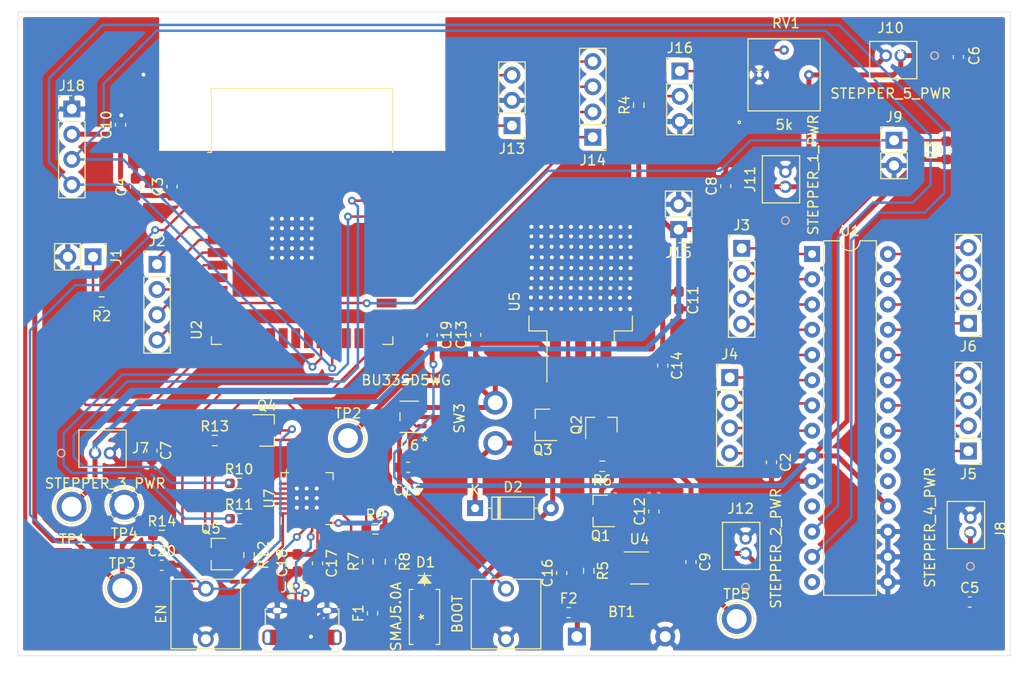
<source format=kicad_pcb>
(kicad_pcb (version 20171130) (host pcbnew "(5.1.10)-1")
  (layers (0 F.Cu signal) (31 B.Cu signal) (34 B.Paste user) (35 F.Paste user) (36 B.SilkS user) (37 F.SilkS user) (38 B.Mask user) (39 F.Mask user) (44 Edge.Cuts user))
  (net 0 "")
  (net 1 GND)
  (net 2 +BATT)
  (net 3 +3V3)
  (net 4 +5V)
  (net 5 "Net-(C12-Pad1)")
  (net 6 POWER)
  (net 7 IO_0)
  (net 8 EN)
  (net 9 /UART/VBUS)
  (net 10 "Net-(J1-Pad1)")
  (net 11 STEPPER_5_1)
  (net 12 STEPPER_5_3)
  (net 13 STEPPER_5_2)
  (net 14 STEPPER_5_4)
  (net 15 STEPPER_1_4)
  (net 16 STEPPER_1_2)
  (net 17 STEPPER_1_3)
  (net 18 STEPPER_1_1)
  (net 19 STEPPER_2_1)
  (net 20 STEPPER_2_3)
  (net 21 STEPPER_2_2)
  (net 22 STEPPER_2_4)
  (net 23 STEPPER_3_4)
  (net 24 STEPPER_3_2)
  (net 25 STEPPER_3_3)
  (net 26 STEPPER_3_1)
  (net 27 STEPPER_4_1)
  (net 28 STEPPER_4_3)
  (net 29 STEPPER_4_2)
  (net 30 STEPPER_4_4)
  (net 31 PB)
  (net 32 LCD_ENABLE)
  (net 33 LCD_RS)
  (net 34 LCD_D4)
  (net 35 LCD_D5)
  (net 36 LCD_D6)
  (net 37 LCD_D7)
  (net 38 "Net-(J16-Pad2)")
  (net 39 "Net-(J16-Pad1)")
  (net 40 /UART/D-)
  (net 41 /UART/D+)
  (net 42 "Net-(Q1-Pad1)")
  (net 43 "Net-(Q1-Pad3)")
  (net 44 "Net-(Q2-Pad3)")
  (net 45 "Net-(Q4-Pad1)")
  (net 46 RTS)
  (net 47 DTR)
  (net 48 "Net-(Q5-Pad1)")
  (net 49 BUZZ_PWM)
  (net 50 "Net-(R5-Pad2)")
  (net 51 "Net-(R7-Pad2)")
  (net 52 "Net-(R9-Pad1)")
  (net 53 RXD)
  (net 54 "Net-(R10-Pad2)")
  (net 55 TXD)
  (net 56 "Net-(R11-Pad2)")
  (net 57 SCL)
  (net 58 SDA)
  (net 59 "Net-(BT1-Pad1)")
  (net 60 "Net-(D2-Pad1)")
  (net 61 "Net-(F1-Pad1)")
  (module Connector_PinHeader_2.54mm:PinHeader_1x04_P2.54mm_Vertical (layer F.Cu) (at 154.6 81.8)
    (fp_text reference J3 (at 0 -2.33) (layer F.SilkS))
    (fp_text value STEPPER_1)
    (pad 4 thru_hole oval (at 0 7.62) (size 1.7 1.7) (drill 1) (layers *.Cu *.Mask) (net 15 STEPPER_1_4))
    (pad 3 thru_hole oval (at 0 5.08) (size 1.7 1.7) (drill 1) (layers *.Cu *.Mask) (net 17 STEPPER_1_3))
    (pad 2 thru_hole oval (at 0 2.54) (size 1.7 1.7) (drill 1) (layers *.Cu *.Mask) (net 16 STEPPER_1_2))
    (pad 1 thru_hole rect (at 0 0) (size 1.7 1.7) (drill 1) (layers *.Cu *.Mask) (net 18 STEPPER_1_1))
  )
  (module Connector_PinHeader_2.54mm:PinHeader_1x04_P2.54mm_Vertical (layer F.Cu) (at 177.4 89.34 180)
    (fp_text reference J6 (at 0 -2.33) (layer F.SilkS))
    (fp_text value STEPPER_4)
    (pad 4 thru_hole oval (at 0 7.62 180) (size 1.7 1.7) (drill 1) (layers *.Cu *.Mask) (net 30 STEPPER_4_4))
    (pad 3 thru_hole oval (at 0 5.08 180) (size 1.7 1.7) (drill 1) (layers *.Cu *.Mask) (net 28 STEPPER_4_3))
    (pad 2 thru_hole oval (at 0 2.54 180) (size 1.7 1.7) (drill 1) (layers *.Cu *.Mask) (net 29 STEPPER_4_2))
    (pad 1 thru_hole rect (at 0 0 180) (size 1.7 1.7) (drill 1) (layers *.Cu *.Mask) (net 27 STEPPER_4_1))
  )
  (module Connector_PinHeader_2.54mm:PinHeader_1x04_P2.54mm_Vertical (layer F.Cu) (at 177.4 102.2 180)
    (fp_text reference J5 (at 0 -2.33) (layer F.SilkS))
    (fp_text value STEPPER_3)
    (pad 4 thru_hole oval (at 0 7.62 180) (size 1.7 1.7) (drill 1) (layers *.Cu *.Mask) (net 23 STEPPER_3_4))
    (pad 3 thru_hole oval (at 0 5.08 180) (size 1.7 1.7) (drill 1) (layers *.Cu *.Mask) (net 25 STEPPER_3_3))
    (pad 2 thru_hole oval (at 0 2.54 180) (size 1.7 1.7) (drill 1) (layers *.Cu *.Mask) (net 24 STEPPER_3_2))
    (pad 1 thru_hole rect (at 0 0 180) (size 1.7 1.7) (drill 1) (layers *.Cu *.Mask) (net 26 STEPPER_3_1))
  )
  (module Connector_PinHeader_2.54mm:PinHeader_1x04_P2.54mm_Vertical (layer F.Cu) (at 153.4 94.8)
    (fp_text reference J4 (at 0 -2.33) (layer F.SilkS))
    (fp_text value STEPPER_2)
    (pad 4 thru_hole oval (at 0 7.62) (size 1.7 1.7) (drill 1) (layers *.Cu *.Mask) (net 22 STEPPER_2_4))
    (pad 3 thru_hole oval (at 0 5.08) (size 1.7 1.7) (drill 1) (layers *.Cu *.Mask) (net 20 STEPPER_2_3))
    (pad 2 thru_hole oval (at 0 2.54) (size 1.7 1.7) (drill 1) (layers *.Cu *.Mask) (net 21 STEPPER_2_2))
    (pad 1 thru_hole rect (at 0 0) (size 1.7 1.7) (drill 1) (layers *.Cu *.Mask) (net 19 STEPPER_2_1))
  )
  (module Connector_PinHeader_2.54mm:PinHeader_1x04_P2.54mm_Vertical (layer F.Cu) (at 95.8 83.4)
    (fp_text reference J2 (at 0 -2.33) (layer F.SilkS))
    (fp_text value STEPPER_5)
    (pad 4 thru_hole oval (at 0 7.62) (size 1.7 1.7) (drill 1) (layers *.Cu *.Mask) (net 14 STEPPER_5_4))
    (pad 3 thru_hole oval (at 0 5.08) (size 1.7 1.7) (drill 1) (layers *.Cu *.Mask) (net 12 STEPPER_5_3))
    (pad 2 thru_hole oval (at 0 2.54) (size 1.7 1.7) (drill 1) (layers *.Cu *.Mask) (net 13 STEPPER_5_2))
    (pad 1 thru_hole rect (at 0 0) (size 1.7 1.7) (drill 1) (layers *.Cu *.Mask) (net 11 STEPPER_5_1))
  )
  (module TestPoint:TestPoint_Plated_Hole_D2.0mm (layer F.Cu) (at 154.1 119.1)
    (fp_text reference TP5 (at 0 -2.498) (layer F.SilkS))
    (fp_text value TestPoint)
    (pad 1 thru_hole circle (at 0 0) (size 3 3) (drill 2) (layers *.Cu *.Mask) (net 2 +BATT))
  )
  (module TestPoint:TestPoint_Plated_Hole_D2.0mm (layer F.Cu) (at 92.5 107.6)
    (fp_text reference TP4 (at 0 2.9) (layer F.SilkS))
    (fp_text value TestPoint)
    (pad 1 thru_hole circle (at 0 0) (size 3 3) (drill 2) (layers *.Cu *.Mask) (net 1 GND))
  )
  (module TestPoint:TestPoint_Plated_Hole_D2.0mm (layer F.Cu) (at 92.3 116)
    (fp_text reference TP3 (at 0 -2.498) (layer F.SilkS))
    (fp_text value TestPoint)
    (pad 1 thru_hole circle (at 0 0) (size 3 3) (drill 2) (layers *.Cu *.Mask) (net 3 +3V3))
  )
  (module TestPoint:TestPoint_Plated_Hole_D2.0mm (layer F.Cu) (at 115 100.9)
    (fp_text reference TP2 (at 0 -2.498) (layer F.SilkS))
    (fp_text value TestPoint)
    (pad 1 thru_hole circle (at 0 0) (size 3 3) (drill 2) (layers *.Cu *.Mask) (net 6 POWER))
  )
  (module TestPoint:TestPoint_Plated_Hole_D2.0mm (layer F.Cu) (at 87.2 107.8)
    (fp_text reference TP1 (at 0.1 3.3) (layer F.SilkS))
    (fp_text value TestPoint)
    (pad 1 thru_hole circle (at 0 0) (size 3 3) (drill 2) (layers *.Cu *.Mask) (net 4 +5V))
  )
  (module Capacitor_SMD:C_0603_1608Metric_Pad1.08x0.95mm_HandSolder (layer F.Cu) (at 149.5 113.3625 270)
    (fp_text reference C9 (at 0 -1.43 90) (layer F.SilkS))
    (fp_text value "1 uF")
    (pad 2 smd roundrect (at 0.8625 0 270) (size 1.075 0.95) (layers F.Cu F.Paste F.Mask) (net 1 GND))
    (pad 1 smd roundrect (at -0.8625 0 270) (size 1.075 0.95) (layers F.Cu F.Paste F.Mask) (net 4 +5V))
  )
  (module toggle:M2011S2A1W01 (layer F.Cu) (at 129.8194 99.3648 90)
    (fp_text reference SW3 (at 0.4572 -3.6148 90) (layer F.SilkS))
    (fp_text value PWR_SWITCH)
    (pad 1 thru_hole circle (at -2.032 0 90) (size 2.4 2.4) (drill 1.5) (layers *.Cu *.Mask) (net 60 "Net-(D2-Pad1)"))
    (pad 2 thru_hole circle (at 2.032 0 90) (size 2.4 2.4) (drill 1.5) (layers *.Cu *.Mask) (net 6 POWER))
  )
  (module Fuse:Fuse_0603_1608Metric_Pad1.05x0.95mm_HandSolder (layer F.Cu) (at 137.1968 118.4656)
    (fp_text reference F2 (at 0 -1.43) (layer F.SilkS))
    (fp_text value "1.5A fuse")
    (pad 2 smd roundrect (at 0.875 0) (size 1.05 0.95) (layers F.Cu F.Paste F.Mask) (net 59 "Net-(BT1-Pad1)"))
    (pad 1 smd roundrect (at -0.875 0) (size 1.05 0.95) (layers F.Cu F.Paste F.Mask) (net 2 +BATT))
  )
  (module Fuse:Fuse_0603_1608Metric_Pad1.05x0.95mm_HandSolder (layer F.Cu) (at 117.475 118.5304 90)
    (fp_text reference F1 (at 0 -1.43 90) (layer F.SilkS))
    (fp_text value "1.5A fuse")
    (pad 2 smd roundrect (at 0.875 0 90) (size 1.05 0.95) (layers F.Cu F.Paste F.Mask) (net 9 /UART/VBUS))
    (pad 1 smd roundrect (at -0.875 0 90) (size 1.05 0.95) (layers F.Cu F.Paste F.Mask) (net 61 "Net-(F1-Pad1)"))
  )
  (module Resistor_SMD:R_0603_1608Metric_Pad0.98x0.95mm_HandSolder (layer F.Cu) (at 175.1838 71.9328 90)
    (fp_text reference R3 (at 0 -1.43 90) (layer F.SilkS))
    (fp_text value 1K)
    (pad 2 smd roundrect (at 0.9125 0 90) (size 0.975 0.95) (layers F.Cu F.Paste F.Mask) (net 31 PB))
    (pad 1 smd roundrect (at -0.9125 0 90) (size 0.975 0.95) (layers F.Cu F.Paste F.Mask) (net 3 +3V3))
  )
  (module Connector_PinHeader_2.54mm:PinHeader_1x02_P2.54mm_Vertical (layer F.Cu) (at 169.926 70.9168)
    (fp_text reference J9 (at 0 -2.33) (layer F.SilkS))
    (fp_text value PB_conn)
    (pad 2 thru_hole oval (at 0 2.54) (size 1.7 1.7) (drill 1) (layers *.Cu *.Mask) (net 1 GND))
    (pad 1 thru_hole rect (at 0 0) (size 1.7 1.7) (drill 1) (layers *.Cu *.Mask) (net 31 PB))
  )
  (module Resistor_SMD:R_0603_1608Metric_Pad0.98x0.95mm_HandSolder (layer F.Cu) (at 96.2875 110.7)
    (fp_text reference R14 (at 0 -1.43) (layer F.SilkS))
    (fp_text value 10k)
    (pad 2 smd roundrect (at 0.9125 0) (size 0.975 0.95) (layers F.Cu F.Paste F.Mask) (net 3 +3V3))
    (pad 1 smd roundrect (at -0.9125 0) (size 0.975 0.95) (layers F.Cu F.Paste F.Mask) (net 8 EN))
  )
  (module Resistor_SMD:R_0603_1608Metric_Pad0.98x0.95mm_HandSolder (layer F.Cu) (at 101.6019 101.1428)
    (fp_text reference R13 (at 0 -1.43) (layer F.SilkS))
    (fp_text value 10k)
    (pad 2 smd roundrect (at 0.9125 0) (size 0.975 0.95) (layers F.Cu F.Paste F.Mask) (net 46 RTS))
    (pad 1 smd roundrect (at -0.9125 0) (size 0.975 0.95) (layers F.Cu F.Paste F.Mask) (net 48 "Net-(Q5-Pad1)"))
  )
  (module Resistor_SMD:R_0603_1608Metric_Pad0.98x0.95mm_HandSolder (layer F.Cu) (at 105.0544 112.6763 270)
    (fp_text reference R12 (at 0 -1.43 90) (layer F.SilkS))
    (fp_text value 10k)
    (pad 2 smd roundrect (at 0.9125 0 270) (size 0.975 0.95) (layers F.Cu F.Paste F.Mask) (net 47 DTR))
    (pad 1 smd roundrect (at -0.9125 0 270) (size 0.975 0.95) (layers F.Cu F.Paste F.Mask) (net 45 "Net-(Q4-Pad1)"))
  )
  (module Resistor_SMD:R_0603_1608Metric_Pad0.98x0.95mm_HandSolder (layer F.Cu) (at 104.0544 109.0168)
    (fp_text reference R11 (at 0 -1.43) (layer F.SilkS))
    (fp_text value 2k)
    (pad 2 smd roundrect (at 0.9125 0) (size 0.975 0.95) (layers F.Cu F.Paste F.Mask) (net 56 "Net-(R11-Pad2)"))
    (pad 1 smd roundrect (at -0.9125 0) (size 0.975 0.95) (layers F.Cu F.Paste F.Mask) (net 55 TXD))
  )
  (module Resistor_SMD:R_0603_1608Metric_Pad0.98x0.95mm_HandSolder (layer F.Cu) (at 104.0384 105.4608)
    (fp_text reference R10 (at 0 -1.43) (layer F.SilkS))
    (fp_text value 2k)
    (pad 2 smd roundrect (at 0.9125 0) (size 0.975 0.95) (layers F.Cu F.Paste F.Mask) (net 54 "Net-(R10-Pad2)"))
    (pad 1 smd roundrect (at -0.9125 0) (size 0.975 0.95) (layers F.Cu F.Paste F.Mask) (net 53 RXD))
  )
  (module Resistor_SMD:R_0603_1608Metric_Pad0.98x0.95mm_HandSolder (layer F.Cu) (at 117.7544 110.0328)
    (fp_text reference R9 (at 0 -1.43) (layer F.SilkS))
    (fp_text value 2k)
    (pad 2 smd roundrect (at 0.9125 0) (size 0.975 0.95) (layers F.Cu F.Paste F.Mask) (net 3 +3V3))
    (pad 1 smd roundrect (at -0.9125 0) (size 0.975 0.95) (layers F.Cu F.Paste F.Mask) (net 52 "Net-(R9-Pad1)"))
  )
  (module Resistor_SMD:R_0603_1608Metric_Pad0.98x0.95mm_HandSolder (layer F.Cu) (at 119.2784 113.3348 270)
    (fp_text reference R8 (at 0 -1.43 90) (layer F.SilkS))
    (fp_text value 47k)
    (pad 2 smd roundrect (at 0.9125 0 270) (size 0.975 0.95) (layers F.Cu F.Paste F.Mask) (net 1 GND))
    (pad 1 smd roundrect (at -0.9125 0 270) (size 0.975 0.95) (layers F.Cu F.Paste F.Mask) (net 51 "Net-(R7-Pad2)"))
  )
  (module Resistor_SMD:R_0603_1608Metric_Pad0.98x0.95mm_HandSolder (layer F.Cu) (at 116.9924 113.3348 90)
    (fp_text reference R7 (at 0 -1.43 90) (layer F.SilkS))
    (fp_text value 24k)
    (pad 2 smd roundrect (at 0.9125 0 90) (size 0.975 0.95) (layers F.Cu F.Paste F.Mask) (net 51 "Net-(R7-Pad2)"))
    (pad 1 smd roundrect (at -0.9125 0 90) (size 0.975 0.95) (layers F.Cu F.Paste F.Mask) (net 9 /UART/VBUS))
  )
  (module Resistor_SMD:R_0603_1608Metric_Pad0.98x0.95mm_HandSolder (layer F.Cu) (at 140.5909 103.7336 180)
    (fp_text reference R6 (at 0 -1.43) (layer F.SilkS))
    (fp_text value 100K)
    (pad 2 smd roundrect (at 0.9125 0 180) (size 0.975 0.95) (layers F.Cu F.Paste F.Mask) (net 43 "Net-(Q1-Pad3)"))
    (pad 1 smd roundrect (at -0.9125 0 180) (size 0.975 0.95) (layers F.Cu F.Paste F.Mask) (net 2 +BATT))
  )
  (module Resistor_SMD:R_0603_1608Metric_Pad0.98x0.95mm_HandSolder (layer F.Cu) (at 139.2174 114.2511 270)
    (fp_text reference R5 (at 0 -1.43 90) (layer F.SilkS))
    (fp_text value 5M)
    (pad 2 smd roundrect (at 0.9125 0 270) (size 0.975 0.95) (layers F.Cu F.Paste F.Mask) (net 50 "Net-(R5-Pad2)"))
    (pad 1 smd roundrect (at -0.9125 0 270) (size 0.975 0.95) (layers F.Cu F.Paste F.Mask) (net 2 +BATT))
  )
  (module Resistor_SMD:R_0603_1608Metric_Pad0.98x0.95mm_HandSolder (layer F.Cu) (at 144.2466 67.3843 90)
    (fp_text reference R4 (at 0 -1.43 90) (layer F.SilkS))
    (fp_text value 330)
    (pad 2 smd roundrect (at 0.9125 0 90) (size 0.975 0.95) (layers F.Cu F.Paste F.Mask) (net 38 "Net-(J16-Pad2)"))
    (pad 1 smd roundrect (at -0.9125 0 90) (size 0.975 0.95) (layers F.Cu F.Paste F.Mask) (net 4 +5V))
  )
  (module Resistor_SMD:R_0603_1608Metric_Pad0.98x0.95mm_HandSolder (layer F.Cu) (at 90.2189 87.1982 180)
    (fp_text reference R2 (at 0 -1.43) (layer F.SilkS))
    (fp_text value 100)
    (pad 2 smd roundrect (at 0.9125 0 180) (size 0.975 0.95) (layers F.Cu F.Paste F.Mask) (net 10 "Net-(J1-Pad1)"))
    (pad 1 smd roundrect (at -0.9125 0 180) (size 0.975 0.95) (layers F.Cu F.Paste F.Mask) (net 49 BUZZ_PWM))
  )
  (module Capacitor_SMD:C_0603_1608Metric_Pad1.08x0.95mm_HandSolder (layer F.Cu) (at 96.2625 113.7)
    (fp_text reference C20 (at 0 -1.43) (layer F.SilkS))
    (fp_text value "0.1 uF")
    (pad 2 smd roundrect (at 0.8625 0) (size 1.075 0.95) (layers F.Cu F.Paste F.Mask) (net 1 GND))
    (pad 1 smd roundrect (at -0.8625 0) (size 1.075 0.95) (layers F.Cu F.Paste F.Mask) (net 8 EN))
  )
  (module Capacitor_SMD:C_0603_1608Metric_Pad1.08x0.95mm_HandSolder (layer F.Cu) (at 123.4694 90.5267 270)
    (fp_text reference C19 (at 0 -1.43 90) (layer F.SilkS))
    (fp_text value "0.1 uF")
    (pad 2 smd roundrect (at 0.8625 0 270) (size 1.075 0.95) (layers F.Cu F.Paste F.Mask) (net 7 IO_0))
    (pad 1 smd roundrect (at -0.8625 0 270) (size 1.075 0.95) (layers F.Cu F.Paste F.Mask) (net 1 GND))
  )
  (module Capacitor_SMD:C_0603_1608Metric_Pad1.08x0.95mm_HandSolder (layer F.Cu) (at 109.9058 113.4657 270)
    (fp_text reference C18 (at 0 1.524 90) (layer F.SilkS))
    (fp_text value "0.1 uF")
    (pad 2 smd roundrect (at 0.8625 0 270) (size 1.075 0.95) (layers F.Cu F.Paste F.Mask) (net 1 GND))
    (pad 1 smd roundrect (at -0.8625 0 270) (size 1.075 0.95) (layers F.Cu F.Paste F.Mask) (net 3 +3V3))
  )
  (module Capacitor_SMD:C_0603_1608Metric_Pad1.08x0.95mm_HandSolder (layer F.Cu) (at 111.9378 113.5087 270)
    (fp_text reference C17 (at 0 -1.43 90) (layer F.SilkS))
    (fp_text value "4.7 uF")
    (pad 2 smd roundrect (at 0.8625 0 270) (size 1.075 0.95) (layers F.Cu F.Paste F.Mask) (net 1 GND))
    (pad 1 smd roundrect (at -0.8625 0 270) (size 1.075 0.95) (layers F.Cu F.Paste F.Mask) (net 3 +3V3))
  )
  (module Capacitor_SMD:C_0603_1608Metric_Pad1.08x0.95mm_HandSolder (layer F.Cu) (at 136.4996 114.4789 90)
    (fp_text reference C16 (at 0 -1.43 90) (layer F.SilkS))
    (fp_text value "10 uF")
    (pad 2 smd roundrect (at 0.8625 0 90) (size 1.075 0.95) (layers F.Cu F.Paste F.Mask) (net 1 GND))
    (pad 1 smd roundrect (at -0.8625 0 90) (size 1.075 0.95) (layers F.Cu F.Paste F.Mask) (net 2 +BATT))
  )
  (module Capacitor_SMD:C_0603_1608Metric_Pad1.08x0.95mm_HandSolder (layer F.Cu) (at 121.0575 103.8352)
    (fp_text reference C15 (at -0.1027 2.3114) (layer F.SilkS))
    (fp_text value 10uF)
    (pad 2 smd roundrect (at 0.8625 0) (size 1.075 0.95) (layers F.Cu F.Paste F.Mask) (net 1 GND))
    (pad 1 smd roundrect (at -0.8625 0) (size 1.075 0.95) (layers F.Cu F.Paste F.Mask) (net 3 +3V3))
  )
  (module Capacitor_SMD:C_0603_1608Metric_Pad1.08x0.95mm_HandSolder (layer F.Cu) (at 146.6596 93.6001 270)
    (fp_text reference C14 (at 0 -1.43 90) (layer F.SilkS))
    (fp_text value "0.1 uF")
    (pad 2 smd roundrect (at 0.8625 0 270) (size 1.075 0.95) (layers F.Cu F.Paste F.Mask) (net 1 GND))
    (pad 1 smd roundrect (at -0.8625 0 270) (size 1.075 0.95) (layers F.Cu F.Paste F.Mask) (net 4 +5V))
  )
  (module Capacitor_SMD:C_0603_1608Metric_Pad1.08x0.95mm_HandSolder (layer F.Cu) (at 127.8382 90.5013 90)
    (fp_text reference C13 (at 0 -1.43 90) (layer F.SilkS))
    (fp_text value "0.33 uF")
    (pad 2 smd roundrect (at 0.8625 0 90) (size 1.075 0.95) (layers F.Cu F.Paste F.Mask) (net 1 GND))
    (pad 1 smd roundrect (at -0.8625 0 90) (size 1.075 0.95) (layers F.Cu F.Paste F.Mask) (net 6 POWER))
  )
  (module Capacitor_SMD:C_0603_1608Metric_Pad1.08x0.95mm_HandSolder (layer F.Cu) (at 145.7706 108.2802 90)
    (fp_text reference C12 (at 0 -1.43 90) (layer F.SilkS))
    (fp_text value "1.8 nF")
    (pad 2 smd roundrect (at 0.8625 0 90) (size 1.075 0.95) (layers F.Cu F.Paste F.Mask) (net 1 GND))
    (pad 1 smd roundrect (at -0.8625 0 90) (size 1.075 0.95) (layers F.Cu F.Paste F.Mask) (net 5 "Net-(C12-Pad1)"))
  )
  (module Capacitor_SMD:C_0603_1608Metric_Pad1.08x0.95mm_HandSolder (layer F.Cu) (at 148.2852 87.0215 270)
    (fp_text reference C11 (at 0 -1.43 90) (layer F.SilkS))
    (fp_text value 10uF)
    (pad 2 smd roundrect (at 0.8625 0 270) (size 1.075 0.95) (layers F.Cu F.Paste F.Mask) (net 1 GND))
    (pad 1 smd roundrect (at -0.8625 0 270) (size 1.075 0.95) (layers F.Cu F.Paste F.Mask) (net 4 +5V))
  )
  (module Capacitor_SMD:C_0603_1608Metric_Pad1.08x0.95mm_HandSolder (layer F.Cu) (at 92.1258 69.3663 90)
    (fp_text reference C10 (at 0 -1.43 90) (layer F.SilkS))
    (fp_text value "0.1 uF")
    (pad 2 smd roundrect (at 0.8625 0 90) (size 1.075 0.95) (layers F.Cu F.Paste F.Mask) (net 1 GND))
    (pad 1 smd roundrect (at -0.8625 0 90) (size 1.075 0.95) (layers F.Cu F.Paste F.Mask) (net 3 +3V3))
  )
  (module Capacitor_SMD:C_0603_1608Metric_Pad1.08x0.95mm_HandSolder (layer F.Cu) (at 153 75.5375 90)
    (fp_text reference C8 (at 0 -1.43 90) (layer F.SilkS))
    (fp_text value "1 uF")
    (pad 2 smd roundrect (at 0.8625 0 90) (size 1.075 0.95) (layers F.Cu F.Paste F.Mask) (net 1 GND))
    (pad 1 smd roundrect (at -0.8625 0 90) (size 1.075 0.95) (layers F.Cu F.Paste F.Mask) (net 4 +5V))
  )
  (module Capacitor_SMD:C_0603_1608Metric_Pad1.08x0.95mm_HandSolder (layer F.Cu) (at 95.2754 102.1577 270)
    (fp_text reference C7 (at 0 -1.43 90) (layer F.SilkS))
    (fp_text value "1 uF")
    (pad 2 smd roundrect (at 0.8625 0 270) (size 1.075 0.95) (layers F.Cu F.Paste F.Mask) (net 1 GND))
    (pad 1 smd roundrect (at -0.8625 0 270) (size 1.075 0.95) (layers F.Cu F.Paste F.Mask) (net 4 +5V))
  )
  (module Capacitor_SMD:C_0603_1608Metric_Pad1.08x0.95mm_HandSolder (layer F.Cu) (at 176.4 62.5375 90)
    (fp_text reference C6 (at 0.1375 1.6 90) (layer F.SilkS))
    (fp_text value "1 uF")
    (pad 2 smd roundrect (at 0.8625 0 90) (size 1.075 0.95) (layers F.Cu F.Paste F.Mask) (net 1 GND))
    (pad 1 smd roundrect (at -0.8625 0 90) (size 1.075 0.95) (layers F.Cu F.Paste F.Mask) (net 4 +5V))
  )
  (module Capacitor_SMD:C_0603_1608Metric_Pad1.08x0.95mm_HandSolder (layer F.Cu) (at 177.5375 117.4)
    (fp_text reference C5 (at 0 -1.43) (layer F.SilkS))
    (fp_text value "1 uF")
    (pad 2 smd roundrect (at 0.8625 0) (size 1.075 0.95) (layers F.Cu F.Paste F.Mask) (net 1 GND))
    (pad 1 smd roundrect (at -0.8625 0) (size 1.075 0.95) (layers F.Cu F.Paste F.Mask) (net 4 +5V))
  )
  (module Capacitor_SMD:C_0603_1608Metric_Pad1.08x0.95mm_HandSolder (layer F.Cu) (at 93.6244 75.6158 90)
    (fp_text reference C4 (at 0 -1.43 90) (layer F.SilkS))
    (fp_text value "0.1 uF")
    (pad 2 smd roundrect (at 0.8625 0 90) (size 1.075 0.95) (layers F.Cu F.Paste F.Mask) (net 1 GND))
    (pad 1 smd roundrect (at -0.8625 0 90) (size 1.075 0.95) (layers F.Cu F.Paste F.Mask) (net 3 +3V3))
  )
  (module Capacitor_SMD:C_0603_1608Metric_Pad1.08x0.95mm_HandSolder (layer F.Cu) (at 97.3074 75.5893 90)
    (fp_text reference C3 (at 0 -1.43 90) (layer F.SilkS))
    (fp_text value "10 uF")
    (pad 2 smd roundrect (at 0.8625 0 90) (size 1.075 0.95) (layers F.Cu F.Paste F.Mask) (net 1 GND))
    (pad 1 smd roundrect (at -0.8625 0 90) (size 1.075 0.95) (layers F.Cu F.Paste F.Mask) (net 3 +3V3))
  )
  (module Capacitor_SMD:C_0603_1608Metric_Pad1.08x0.95mm_HandSolder (layer F.Cu) (at 157.6 103.3375 270)
    (fp_text reference C2 (at 0 -1.43 90) (layer F.SilkS))
    (fp_text value "1 uF")
    (pad 2 smd roundrect (at 0.8625 0 270) (size 1.075 0.95) (layers F.Cu F.Paste F.Mask) (net 1 GND))
    (pad 1 smd roundrect (at -0.8625 0 270) (size 1.075 0.95) (layers F.Cu F.Paste F.Mask) (net 3 +3V3))
  )
  (module battery_holder:battery_holder (layer F.Cu) (at 142.4686 120.8786)
    (fp_text reference BT1 (at 0.0508 -2.4892) (layer F.SilkS))
    (fp_text value AA_holder)
    (pad 1 thru_hole rect (at -4.445 0) (size 1.8 1.8) (drill 1.1) (layers *.Cu *.Mask) (net 59 "Net-(BT1-Pad1)"))
    (pad 2 thru_hole circle (at 4.445 0) (size 2 2) (drill 1.1) (layers *.Cu *.Mask) (net 1 GND))
  )
  (module TLV_DIODE:SMAJ5.0A (layer F.Cu) (at 122.7 118.9018 270)
    (fp_text reference D1 (at -5.5018 -0.1 180) (layer F.SilkS))
    (fp_text value SMAJ5.0A (at -0.0508 2.8702 90) (layer F.SilkS))
    (fp_text user * (at 0 0 90) (layer F.SilkS))
    (pad 2 smd rect (at 1.7018 0) (size 1.651 2.1844) (layers F.Cu F.Paste F.Mask) (net 1 GND))
    (pad 1 smd rect (at -1.7018 0) (size 1.651 2.1844) (layers F.Cu F.Paste F.Mask) (net 9 /UART/VBUS))
  )
  (module Diode_THT:D_DO-35_SOD27_P7.62mm_Horizontal (layer F.Cu) (at 127.7874 107.95)
    (fp_text reference D2 (at 3.81 -2.12) (layer F.SilkS))
    (fp_text value D)
    (fp_text user K (at 0 -1.8) (layer F.SilkS))
    (pad 2 thru_hole oval (at 7.62 0) (size 1.6 1.6) (drill 0.8) (layers *.Cu *.Mask) (net 9 /UART/VBUS))
    (pad 1 thru_hole rect (at 0 0) (size 1.6 1.6) (drill 0.8) (layers *.Cu *.Mask) (net 60 "Net-(D2-Pad1)"))
  )
  (module Connector_PinHeader_2.54mm:PinHeader_1x02_P2.54mm_Vertical (layer F.Cu) (at 89.3572 82.6516 270)
    (fp_text reference J1 (at 0 -2.33 90) (layer F.SilkS))
    (fp_text value BUZZ_CONN)
    (pad 2 thru_hole oval (at 0 2.54 270) (size 1.7 1.7) (drill 1) (layers *.Cu *.Mask) (net 1 GND))
    (pad 1 thru_hole rect (at 0 0 270) (size 1.7 1.7) (drill 1) (layers *.Cu *.Mask) (net 10 "Net-(J1-Pad1)"))
  )
  (module jst_2_PIN:B2B-ZRLFSN (layer F.Cu) (at 89.5604 102.4128)
    (fp_text reference J7 (at 4.572 -0.508) (layer F.SilkS))
    (fp_text value STEPPER_3_PWR (at 1.016 3.048) (layer F.SilkS))
    (fp_text user * (at 0 0) (layer F.SilkS))
    (pad 2 thru_hole circle (at 1.500001 0) (size 1.2446 1.2446) (drill 0.7366) (layers *.Cu *.Mask) (net 1 GND))
    (pad 1 thru_hole circle (at -0.000001 0) (size 1.2446 1.2446) (drill 0.7366) (layers *.Cu *.Mask) (net 4 +5V))
  )
  (module jst_2_PIN:B2B-ZRLFSN (layer F.Cu) (at 177.6 110.4 90)
    (fp_text reference J8 (at 0.254 3.048 90) (layer F.SilkS))
    (fp_text value STEPPER_4_PWR (at 0.508 -4.064 90) (layer F.SilkS))
    (fp_text user * (at 0 0 90) (layer F.SilkS))
    (pad 2 thru_hole circle (at 1.500001 0 90) (size 1.2446 1.2446) (drill 0.7366) (layers *.Cu *.Mask) (net 1 GND))
    (pad 1 thru_hole circle (at -0.000001 0 90) (size 1.2446 1.2446) (drill 0.7366) (layers *.Cu *.Mask) (net 4 +5V))
  )
  (module jst_2_PIN:B2B-ZRLFSN (layer F.Cu) (at 170.6 62.4 180)
    (fp_text reference J10 (at 1.016 2.794) (layer F.SilkS))
    (fp_text value STEPPER_5_PWR (at 1.016 -3.81) (layer F.SilkS))
    (fp_text user * (at 0 0) (layer F.SilkS))
    (pad 2 thru_hole circle (at 1.500001 0 180) (size 1.2446 1.2446) (drill 0.7366) (layers *.Cu *.Mask) (net 1 GND))
    (pad 1 thru_hole circle (at -0.000001 0 180) (size 1.2446 1.2446) (drill 0.7366) (layers *.Cu *.Mask) (net 4 +5V))
  )
  (module jst_2_PIN:B2B-ZRLFSN (layer F.Cu) (at 159 75.6 90)
    (fp_text reference J11 (at 0.75 -3.556 90) (layer F.SilkS))
    (fp_text value STEPPER_1_PWR (at 1.2 2.8 90) (layer F.SilkS))
    (fp_text user * (at 0 0 90) (layer F.SilkS))
    (pad 2 thru_hole circle (at 1.500001 0 90) (size 1.2446 1.2446) (drill 0.7366) (layers *.Cu *.Mask) (net 1 GND))
    (pad 1 thru_hole circle (at -0.000001 0 90) (size 1.2446 1.2446) (drill 0.7366) (layers *.Cu *.Mask) (net 4 +5V))
  )
  (module jst_2_PIN:B2B-ZRLFSN (layer F.Cu) (at 155 112.5 90)
    (fp_text reference J12 (at 4.5 -0.5 180) (layer F.SilkS))
    (fp_text value STEPPER_2_PWR (at 0.508 3.048 90) (layer F.SilkS))
    (fp_text user * (at 0 0 90) (layer F.SilkS))
    (pad 2 thru_hole circle (at 1.500001 0 90) (size 1.2446 1.2446) (drill 0.7366) (layers *.Cu *.Mask) (net 1 GND))
    (pad 1 thru_hole circle (at -0.000001 0 90) (size 1.2446 1.2446) (drill 0.7366) (layers *.Cu *.Mask) (net 4 +5V))
  )
  (module Connector_PinHeader_2.54mm:PinHeader_1x03_P2.54mm_Vertical (layer F.Cu) (at 131.4958 69.4436 180)
    (fp_text reference J13 (at 0 -2.33) (layer F.SilkS))
    (fp_text value LCD_conn_1)
    (pad 3 thru_hole oval (at 0 5.08 180) (size 1.7 1.7) (drill 1) (layers *.Cu *.Mask) (net 33 LCD_RS))
    (pad 2 thru_hole oval (at 0 2.54 180) (size 1.7 1.7) (drill 1) (layers *.Cu *.Mask) (net 1 GND))
    (pad 1 thru_hole rect (at 0 0 180) (size 1.7 1.7) (drill 1) (layers *.Cu *.Mask) (net 32 LCD_ENABLE))
  )
  (module Connector_PinHeader_2.54mm:PinHeader_1x04_P2.54mm_Vertical (layer F.Cu) (at 139.6238 70.612 180)
    (fp_text reference J14 (at 0 -2.33) (layer F.SilkS))
    (fp_text value LCD_conn_2)
    (pad 4 thru_hole oval (at 0 7.62 180) (size 1.7 1.7) (drill 1) (layers *.Cu *.Mask) (net 37 LCD_D7))
    (pad 3 thru_hole oval (at 0 5.08 180) (size 1.7 1.7) (drill 1) (layers *.Cu *.Mask) (net 36 LCD_D6))
    (pad 2 thru_hole oval (at 0 2.54 180) (size 1.7 1.7) (drill 1) (layers *.Cu *.Mask) (net 35 LCD_D5))
    (pad 1 thru_hole rect (at 0 0 180) (size 1.7 1.7) (drill 1) (layers *.Cu *.Mask) (net 34 LCD_D4))
  )
  (module Connector_PinHeader_2.54mm:PinHeader_1x02_P2.54mm_Vertical (layer F.Cu) (at 148.2598 79.9084 180)
    (fp_text reference J15 (at 0 -2.33) (layer F.SilkS))
    (fp_text value LCD_conn_3)
    (pad 2 thru_hole oval (at 0 2.54 180) (size 1.7 1.7) (drill 1) (layers *.Cu *.Mask) (net 1 GND))
    (pad 1 thru_hole rect (at 0 0 180) (size 1.7 1.7) (drill 1) (layers *.Cu *.Mask) (net 4 +5V))
  )
  (module Connector_PinHeader_2.54mm:PinHeader_1x03_P2.54mm_Vertical (layer F.Cu) (at 148.3868 63.9572)
    (fp_text reference J16 (at 0 -2.33) (layer F.SilkS))
    (fp_text value LCD_conn_4)
    (pad 3 thru_hole oval (at 0 5.08) (size 1.7 1.7) (drill 1) (layers *.Cu *.Mask) (net 1 GND))
    (pad 2 thru_hole oval (at 0 2.54) (size 1.7 1.7) (drill 1) (layers *.Cu *.Mask) (net 38 "Net-(J16-Pad2)"))
    (pad 1 thru_hole rect (at 0 0) (size 1.7 1.7) (drill 1) (layers *.Cu *.Mask) (net 39 "Net-(J16-Pad1)"))
  )
  (module microUSB:AMPHENOL_10118194-0001LF (layer F.Cu) (at 110.3884 120.9548)
    (fp_text reference J17 (at -0.866255 -5.024745) (layer F.SilkS) (effects (font (size 1.000953 1.000953))))
    (fp_text value USB_B_Micro)
    (fp_poly (pts (xy 2.3 0.78) (xy 2.3 -0.775) (xy 3.498 -0.775) (xy 3.498 -0.575) (xy 3.486 -0.575) (xy 3.473 -0.574) (xy 3.46 -0.572) (xy 3.447 -0.57) (xy 3.434 -0.567) (xy 3.422 -0.563) (xy 3.41 -0.558) (xy 3.398 -0.553) (xy 3.386 -0.548) (xy 3.374 -0.542) (xy 3.363 -0.535) (xy 3.353 -0.527) (xy 3.342 -0.52) (xy 3.332 -0.511) (xy 3.323 -0.502) (xy 3.314 -0.493) (xy 3.305 -0.483) (xy 3.298 -0.472) (xy 3.29 -0.462) (xy 3.283 -0.451) (xy 3.277 -0.439) (xy 3.272 -0.427) (xy 3.267 -0.415) (xy 3.262 -0.403) (xy 3.258 -0.391) (xy 3.255 -0.378) (xy 3.253 -0.365) (xy 3.251 -0.352) (xy 3.25 -0.339) (xy 3.25 -0.325) (xy 3.25 -0.315) (xy 3.25 0.315) (xy 3.25 0.325) (xy 3.25 0.338) (xy 3.251 0.351) (xy 3.253 0.364) (xy 3.255 0.377) (xy 3.259 0.39) (xy 3.262 0.402) (xy 3.267 0.415) (xy 3.272 0.427) (xy 3.277 0.438) (xy 3.283 0.45) (xy 3.29 0.461) (xy 3.298 0.472) (xy 3.306 0.482) (xy 3.314 0.492) (xy 3.323 0.502) (xy 3.333 0.511) (xy 3.343 0.519) (xy 3.353 0.527) (xy 3.364 0.535) (xy 3.375 0.542) (xy 3.387 0.548) (xy 3.398 0.553) (xy 3.41 0.558) (xy 3.423 0.563) (xy 3.435 0.566) (xy 3.448 0.57) (xy 3.461 0.572) (xy 3.474 0.574) (xy 3.487 0.575) (xy 3.5 0.575) (xy 3.513 0.575) (xy 3.526 0.574) (xy 3.539 0.572) (xy 3.552 0.57) (xy 3.565 0.566) (xy 3.577 0.563) (xy 3.59 0.558) (xy 3.602 0.553) (xy 3.613 0.548) (xy 3.625 0.542) (xy 3.636 0.535) (xy 3.647 0.527) (xy 3.657 0.519) (xy 3.667 0.511) (xy 3.677 0.502) (xy 3.686 0.492) (xy 3.694 0.482) (xy 3.702 0.472) (xy 3.71 0.461) (xy 3.717 0.45) (xy 3.723 0.438) (xy 3.728 0.427) (xy 3.733 0.415) (xy 3.738 0.402) (xy 3.741 0.39) (xy 3.745 0.377) (xy 3.747 0.364) (xy 3.749 0.351) (xy 3.75 0.338) (xy 3.75 0.325) (xy 3.75 -0.325) (xy 3.75 -0.339) (xy 3.749 -0.352) (xy 3.747 -0.365) (xy 3.745 -0.378) (xy 3.742 -0.391) (xy 3.738 -0.403) (xy 3.733 -0.415) (xy 3.728 -0.427) (xy 3.723 -0.439) (xy 3.717 -0.451) (xy 3.71 -0.462) (xy 3.702 -0.472) (xy 3.695 -0.483) (xy 3.686 -0.493) (xy 3.677 -0.502) (xy 3.668 -0.511) (xy 3.658 -0.52) (xy 3.647 -0.527) (xy 3.637 -0.535) (xy 3.626 -0.542) (xy 3.614 -0.548) (xy 3.602 -0.553) (xy 3.59 -0.558) (xy 3.578 -0.563) (xy 3.566 -0.567) (xy 3.553 -0.57) (xy 3.54 -0.572) (xy 3.527 -0.574) (xy 3.514 -0.575) (xy 3.502 -0.575) (xy 3.502 -0.775) (xy 3.527 -0.774) (xy 3.553 -0.772) (xy 3.579 -0.769) (xy 3.605 -0.764) (xy 3.63 -0.758) (xy 3.655 -0.751) (xy 3.68 -0.742) (xy 3.704 -0.732) (xy 3.728 -0.721) (xy 3.751 -0.708) (xy 3.773 -0.695) (xy 3.794 -0.68) (xy 3.815 -0.664) (xy 3.835 -0.647) (xy 3.854 -0.629) (xy 3.872 -0.61) (xy 3.889 -0.59) (xy 3.905 -0.569) (xy 3.92 -0.548) (xy 3.933 -0.526) (xy 3.946 -0.503) (xy 3.957 -0.479) (xy 3.967 -0.455) (xy 3.976 -0.43) (xy 3.983 -0.405) (xy 3.989 -0.38) (xy 3.994 -0.354) (xy 3.997 -0.328) (xy 3.999 -0.302) (xy 4 -0.275) (xy 4 0.275) (xy 3.999 0.301) (xy 3.997 0.327) (xy 3.994 0.353) (xy 3.989 0.379) (xy 3.983 0.404) (xy 3.976 0.43) (xy 3.967 0.454) (xy 3.957 0.478) (xy 3.946 0.502) (xy 3.933 0.525) (xy 3.919 0.547) (xy 3.905 0.569) (xy 3.889 0.59) (xy 3.872 0.61) (xy 3.854 0.629) (xy 3.835 0.647) (xy 3.815 0.664) (xy 3.794 0.68) (xy 3.772 0.694) (xy 3.75 0.708) (xy 3.727 0.721) (xy 3.703 0.732) (xy 3.679 0.742) (xy 3.655 0.751) (xy 3.629 0.758) (xy 3.604 0.764) (xy 3.578 0.769) (xy 3.552 0.772) (xy 3.526 0.774) (xy 3.5 0.775) (xy 2.305 0.775) (xy 2.305 0.78) (xy 2.3 0.78)) (layer F.Cu) (width 0.001))
    (fp_poly (pts (xy -2.3 -0.78) (xy -2.3 0.775) (xy -3.498 0.775) (xy -3.498 0.575) (xy -3.486 0.575) (xy -3.473 0.574) (xy -3.46 0.572) (xy -3.447 0.57) (xy -3.434 0.567) (xy -3.422 0.563) (xy -3.41 0.558) (xy -3.398 0.553) (xy -3.386 0.548) (xy -3.374 0.542) (xy -3.363 0.535) (xy -3.353 0.527) (xy -3.342 0.52) (xy -3.332 0.511) (xy -3.323 0.502) (xy -3.314 0.493) (xy -3.305 0.483) (xy -3.298 0.472) (xy -3.29 0.462) (xy -3.283 0.451) (xy -3.277 0.439) (xy -3.272 0.427) (xy -3.267 0.415) (xy -3.262 0.403) (xy -3.258 0.391) (xy -3.255 0.378) (xy -3.253 0.365) (xy -3.251 0.352) (xy -3.25 0.339) (xy -3.25 0.325) (xy -3.25 0.315) (xy -3.25 -0.315) (xy -3.25 -0.325) (xy -3.25 -0.338) (xy -3.251 -0.351) (xy -3.253 -0.364) (xy -3.255 -0.377) (xy -3.259 -0.39) (xy -3.262 -0.402) (xy -3.267 -0.415) (xy -3.272 -0.427) (xy -3.277 -0.438) (xy -3.283 -0.45) (xy -3.29 -0.461) (xy -3.298 -0.472) (xy -3.306 -0.482) (xy -3.314 -0.492) (xy -3.323 -0.502) (xy -3.333 -0.511) (xy -3.343 -0.519) (xy -3.353 -0.527) (xy -3.364 -0.535) (xy -3.375 -0.542) (xy -3.387 -0.548) (xy -3.398 -0.553) (xy -3.41 -0.558) (xy -3.423 -0.563) (xy -3.435 -0.566) (xy -3.448 -0.57) (xy -3.461 -0.572) (xy -3.474 -0.574) (xy -3.487 -0.575) (xy -3.5 -0.575) (xy -3.513 -0.575) (xy -3.526 -0.574) (xy -3.539 -0.572) (xy -3.552 -0.57) (xy -3.565 -0.566) (xy -3.577 -0.563) (xy -3.59 -0.558) (xy -3.602 -0.553) (xy -3.613 -0.548) (xy -3.625 -0.542) (xy -3.636 -0.535) (xy -3.647 -0.527) (xy -3.657 -0.519) (xy -3.667 -0.511) (xy -3.677 -0.502) (xy -3.686 -0.492) (xy -3.694 -0.482) (xy -3.702 -0.472) (xy -3.71 -0.461) (xy -3.717 -0.45) (xy -3.723 -0.438) (xy -3.728 -0.427) (xy -3.733 -0.415) (xy -3.738 -0.402) (xy -3.741 -0.39) (xy -3.745 -0.377) (xy -3.747 -0.364) (xy -3.749 -0.351) (xy -3.75 -0.338) (xy -3.75 -0.325) (xy -3.75 0.325) (xy -3.75 0.339) (xy -3.749 0.352) (xy -3.747 0.365) (xy -3.745 0.378) (xy -3.742 0.391) (xy -3.738 0.403) (xy -3.733 0.415) (xy -3.728 0.427) (xy -3.723 0.439) (xy -3.717 0.451) (xy -3.71 0.462) (xy -3.702 0.472) (xy -3.695 0.483) (xy -3.686 0.493) (xy -3.677 0.502) (xy -3.668 0.511) (xy -3.658 0.52) (xy -3.647 0.527) (xy -3.637 0.535) (xy -3.626 0.542) (xy -3.614 0.548) (xy -3.602 0.553) (xy -3.59 0.558) (xy -3.578 0.563) (xy -3.566 0.567) (xy -3.553 0.57) (xy -3.54 0.572) (xy -3.527 0.574) (xy -3.514 0.575) (xy -3.502 0.575) (xy -3.502 0.775) (xy -3.527 0.774) (xy -3.553 0.772) (xy -3.579 0.769) (xy -3.605 0.764) (xy -3.63 0.758) (xy -3.655 0.751) (xy -3.68 0.742) (xy -3.704 0.732) (xy -3.728 0.721) (xy -3.751 0.708) (xy -3.773 0.695) (xy -3.794 0.68) (xy -3.815 0.664) (xy -3.835 0.647) (xy -3.854 0.629) (xy -3.872 0.61) (xy -3.889 0.59) (xy -3.905 0.569) (xy -3.92 0.548) (xy -3.933 0.526) (xy -3.946 0.503) (xy -3.957 0.479) (xy -3.967 0.455) (xy -3.976 0.43) (xy -3.983 0.405) (xy -3.989 0.38) (xy -3.994 0.354) (xy -3.997 0.328) (xy -3.999 0.302) (xy -4 0.275) (xy -4 -0.275) (xy -3.999 -0.301) (xy -3.997 -0.327) (xy -3.994 -0.353) (xy -3.989 -0.379) (xy -3.983 -0.404) (xy -3.976 -0.43) (xy -3.967 -0.454) (xy -3.957 -0.478) (xy -3.946 -0.502) (xy -3.933 -0.525) (xy -3.919 -0.547) (xy -3.905 -0.569) (xy -3.889 -0.59) (xy -3.872 -0.61) (xy -3.854 -0.629) (xy -3.835 -0.647) (xy -3.815 -0.664) (xy -3.794 -0.68) (xy -3.772 -0.694) (xy -3.75 -0.708) (xy -3.727 -0.721) (xy -3.703 -0.732) (xy -3.679 -0.742) (xy -3.655 -0.751) (xy -3.629 -0.758) (xy -3.604 -0.764) (xy -3.578 -0.769) (xy -3.552 -0.772) (xy -3.526 -0.774) (xy -3.5 -0.775) (xy -2.305 -0.775) (xy -2.305 -0.78) (xy -2.3 -0.78)) (layer F.Cu) (width 0.001))
    (pad S6 thru_hole oval (at 3.5 0) (size 0.775 1.55) (drill oval 0.5 1.15) (layers *.Cu *.Mask))
    (pad 6 smd rect (at 1 0) (size 1.5 1.55) (layers F.Cu F.Paste F.Mask) (net 1 GND))
    (pad 6 smd rect (at -1 0) (size 1.5 1.55) (layers F.Cu F.Paste F.Mask) (net 1 GND))
    (pad S3 thru_hole oval (at -3.5 0) (size 0.775 1.55) (drill oval 0.5 1.15) (layers *.Cu *.Mask))
    (pad 6 thru_hole oval (at 2.5 -2.7) (size 1.3 0.65) (drill oval 0.85 0.55) (layers *.Cu *.Mask) (net 1 GND))
    (pad 6 thru_hole oval (at -2.5 -2.7) (size 1.3 0.65) (drill oval 0.85 0.55) (layers *.Cu *.Mask) (net 1 GND))
    (pad 5 smd rect (at 1.3 -2.7) (size 0.4 1.35) (layers F.Cu F.Paste F.Mask) (net 1 GND))
    (pad 4 smd rect (at 0.65 -2.7) (size 0.4 1.35) (layers F.Cu F.Paste F.Mask) (net 1 GND))
    (pad 3 smd rect (at 0 -2.7) (size 0.4 1.35) (layers F.Cu F.Paste F.Mask) (net 41 /UART/D+))
    (pad 2 smd rect (at -0.65 -2.7) (size 0.4 1.35) (layers F.Cu F.Paste F.Mask) (net 40 /UART/D-))
    (pad 1 smd rect (at -1.3 -2.7) (size 0.4 1.35) (layers F.Cu F.Paste F.Mask) (net 61 "Net-(F1-Pad1)"))
  )
  (module Package_TO_SOT_SMD:SOT-23 (layer F.Cu) (at 140.4112 108.2294 180)
    (fp_text reference Q1 (at 0 -2.5) (layer F.SilkS))
    (fp_text value Q_NMOS_GSD)
    (pad 3 smd rect (at 1 0 180) (size 0.9 0.8) (layers F.Cu F.Paste F.Mask) (net 43 "Net-(Q1-Pad3)"))
    (pad 2 smd rect (at -1 0.95 180) (size 0.9 0.8) (layers F.Cu F.Paste F.Mask) (net 1 GND))
    (pad 1 smd rect (at -1 -0.95 180) (size 0.9 0.8) (layers F.Cu F.Paste F.Mask) (net 42 "Net-(Q1-Pad1)"))
  )
  (module Package_TO_SOT_SMD:SOT-23 (layer F.Cu) (at 140.4874 99.568 90)
    (fp_text reference Q2 (at 0 -2.5 90) (layer F.SilkS))
    (fp_text value Q_PMOS_GSD)
    (pad 3 smd rect (at 1 0 90) (size 0.9 0.8) (layers F.Cu F.Paste F.Mask) (net 44 "Net-(Q2-Pad3)"))
    (pad 2 smd rect (at -1 0.95 90) (size 0.9 0.8) (layers F.Cu F.Paste F.Mask) (net 2 +BATT))
    (pad 1 smd rect (at -1 -0.95 90) (size 0.9 0.8) (layers F.Cu F.Paste F.Mask) (net 43 "Net-(Q1-Pad3)"))
  )
  (module Package_TO_SOT_SMD:SOT-23 (layer F.Cu) (at 134.5946 99.568 180)
    (fp_text reference Q3 (at 0 -2.5) (layer F.SilkS))
    (fp_text value Q_PMOS_GSD)
    (pad 3 smd rect (at 1 0 180) (size 0.9 0.8) (layers F.Cu F.Paste F.Mask) (net 60 "Net-(D2-Pad1)"))
    (pad 2 smd rect (at -1 0.95 180) (size 0.9 0.8) (layers F.Cu F.Paste F.Mask) (net 44 "Net-(Q2-Pad3)"))
    (pad 1 smd rect (at -1 -0.95 180) (size 0.9 0.8) (layers F.Cu F.Paste F.Mask) (net 9 /UART/VBUS))
  )
  (module Package_TO_SOT_SMD:SOT-23 (layer F.Cu) (at 106.8324 100.1268)
    (fp_text reference Q4 (at 0 -2.5) (layer F.SilkS))
    (fp_text value Q_NPN_BEC)
    (pad 3 smd rect (at 1 0) (size 0.9 0.8) (layers F.Cu F.Paste F.Mask) (net 8 EN))
    (pad 2 smd rect (at -1 0.95) (size 0.9 0.8) (layers F.Cu F.Paste F.Mask) (net 46 RTS))
    (pad 1 smd rect (at -1 -0.95) (size 0.9 0.8) (layers F.Cu F.Paste F.Mask) (net 45 "Net-(Q4-Pad1)"))
  )
  (module Package_TO_SOT_SMD:SOT-23 (layer F.Cu) (at 102.0064 112.5728 180)
    (fp_text reference Q5 (at 0.8064 2.5728) (layer F.SilkS))
    (fp_text value Q_NPN_BEC)
    (pad 3 smd rect (at 1 0 180) (size 0.9 0.8) (layers F.Cu F.Paste F.Mask) (net 7 IO_0))
    (pad 2 smd rect (at -1 0.95 180) (size 0.9 0.8) (layers F.Cu F.Paste F.Mask) (net 47 DTR))
    (pad 1 smd rect (at -1 -0.95 180) (size 0.9 0.8) (layers F.Cu F.Paste F.Mask) (net 48 "Net-(Q5-Pad1)"))
  )
  (module CT6EP502:CT-6EP501 (layer F.Cu) (at 156.3624 64.3382)
    (fp_text reference RV1 (at 2.6924 -5.207) (layer F.SilkS))
    (fp_text value 5k (at 2.5146 5.0292) (layer F.SilkS))
    (fp_text user * (at 0 0) (layer F.SilkS))
    (pad 3 thru_hole circle (at 5 0) (size 0.9652 0.9652) (drill 0.4572) (layers *.Cu *.Mask) (net 4 +5V))
    (pad 2 thru_hole circle (at 2.5 -2.5) (size 0.9652 0.9652) (drill 0.4572) (layers *.Cu *.Mask) (net 39 "Net-(J16-Pad1)"))
    (pad 1 thru_hole circle (at 0 0) (size 0.9652 0.9652) (drill 0.4572) (layers *.Cu *.Mask) (net 1 GND))
  )
  (module button:button (layer F.Cu) (at 130.9 118.6 90)
    (fp_text reference SW1)
    (fp_text value BOOT (at 0 -4.9 270) (layer F.SilkS))
    (pad 2 thru_hole circle (at 2.54 0 90) (size 1.6 1.6) (drill 1) (layers *.Cu *.Mask) (net 7 IO_0))
    (pad 1 thru_hole circle (at -2.54 0 90) (size 1.6 1.6) (drill 1) (layers *.Cu *.Mask) (net 1 GND))
  )
  (module button:button (layer F.Cu) (at 100.7 118.6 90)
    (fp_text reference SW2)
    (fp_text value EN (at 0 -4.5 270) (layer F.SilkS))
    (pad 2 thru_hole circle (at 2.54 0 90) (size 1.6 1.6) (drill 1) (layers *.Cu *.Mask) (net 8 EN))
    (pad 1 thru_hole circle (at -2.54 0 90) (size 1.6 1.6) (drill 1) (layers *.Cu *.Mask) (net 1 GND))
  )
  (module Package_DIP:DIP-28_W7.62mm (layer F.Cu) (at 161.6848 82.369)
    (fp_text reference U1 (at 3.81 -2.33) (layer F.SilkS))
    (fp_text value MCP23017_SP)
    (pad 28 thru_hole oval (at 7.62 0) (size 1.6 1.6) (drill 0.8) (layers *.Cu *.Mask) (net 30 STEPPER_4_4))
    (pad 14 thru_hole oval (at 0 33.02) (size 1.6 1.6) (drill 0.8) (layers *.Cu *.Mask))
    (pad 27 thru_hole oval (at 7.62 2.54) (size 1.6 1.6) (drill 0.8) (layers *.Cu *.Mask) (net 28 STEPPER_4_3))
    (pad 13 thru_hole oval (at 0 30.48) (size 1.6 1.6) (drill 0.8) (layers *.Cu *.Mask) (net 58 SDA))
    (pad 26 thru_hole oval (at 7.62 5.08) (size 1.6 1.6) (drill 0.8) (layers *.Cu *.Mask) (net 29 STEPPER_4_2))
    (pad 12 thru_hole oval (at 0 27.94) (size 1.6 1.6) (drill 0.8) (layers *.Cu *.Mask) (net 57 SCL))
    (pad 25 thru_hole oval (at 7.62 7.62) (size 1.6 1.6) (drill 0.8) (layers *.Cu *.Mask) (net 27 STEPPER_4_1))
    (pad 11 thru_hole oval (at 0 25.4) (size 1.6 1.6) (drill 0.8) (layers *.Cu *.Mask))
    (pad 24 thru_hole oval (at 7.62 10.16) (size 1.6 1.6) (drill 0.8) (layers *.Cu *.Mask) (net 23 STEPPER_3_4))
    (pad 10 thru_hole oval (at 0 22.86) (size 1.6 1.6) (drill 0.8) (layers *.Cu *.Mask) (net 1 GND))
    (pad 23 thru_hole oval (at 7.62 12.7) (size 1.6 1.6) (drill 0.8) (layers *.Cu *.Mask) (net 25 STEPPER_3_3))
    (pad 9 thru_hole oval (at 0 20.32) (size 1.6 1.6) (drill 0.8) (layers *.Cu *.Mask) (net 3 +3V3))
    (pad 22 thru_hole oval (at 7.62 15.24) (size 1.6 1.6) (drill 0.8) (layers *.Cu *.Mask) (net 24 STEPPER_3_2))
    (pad 8 thru_hole oval (at 0 17.78) (size 1.6 1.6) (drill 0.8) (layers *.Cu *.Mask) (net 22 STEPPER_2_4))
    (pad 21 thru_hole oval (at 7.62 17.78) (size 1.6 1.6) (drill 0.8) (layers *.Cu *.Mask) (net 26 STEPPER_3_1))
    (pad 7 thru_hole oval (at 0 15.24) (size 1.6 1.6) (drill 0.8) (layers *.Cu *.Mask) (net 20 STEPPER_2_3))
    (pad 20 thru_hole oval (at 7.62 20.32) (size 1.6 1.6) (drill 0.8) (layers *.Cu *.Mask))
    (pad 6 thru_hole oval (at 0 12.7) (size 1.6 1.6) (drill 0.8) (layers *.Cu *.Mask) (net 21 STEPPER_2_2))
    (pad 19 thru_hole oval (at 7.62 22.86) (size 1.6 1.6) (drill 0.8) (layers *.Cu *.Mask))
    (pad 5 thru_hole oval (at 0 10.16) (size 1.6 1.6) (drill 0.8) (layers *.Cu *.Mask) (net 19 STEPPER_2_1))
    (pad 18 thru_hole oval (at 7.62 25.4) (size 1.6 1.6) (drill 0.8) (layers *.Cu *.Mask) (net 3 +3V3))
    (pad 4 thru_hole oval (at 0 7.62) (size 1.6 1.6) (drill 0.8) (layers *.Cu *.Mask) (net 15 STEPPER_1_4))
    (pad 17 thru_hole oval (at 7.62 27.94) (size 1.6 1.6) (drill 0.8) (layers *.Cu *.Mask) (net 1 GND))
    (pad 3 thru_hole oval (at 0 5.08) (size 1.6 1.6) (drill 0.8) (layers *.Cu *.Mask) (net 17 STEPPER_1_3))
    (pad 16 thru_hole oval (at 7.62 30.48) (size 1.6 1.6) (drill 0.8) (layers *.Cu *.Mask) (net 1 GND))
    (pad 2 thru_hole oval (at 0 2.54) (size 1.6 1.6) (drill 0.8) (layers *.Cu *.Mask) (net 16 STEPPER_1_2))
    (pad 15 thru_hole oval (at 7.62 33.02) (size 1.6 1.6) (drill 0.8) (layers *.Cu *.Mask) (net 1 GND))
    (pad 1 thru_hole rect (at 0 0) (size 1.6 1.6) (drill 0.8) (layers *.Cu *.Mask) (net 18 STEPPER_1_1))
  )
  (module RF_Module:ESP32-WROOM-32 (layer F.Cu) (at 110.3884 81.5848)
    (fp_text reference U2 (at -10.61 8.43 90) (layer F.SilkS))
    (fp_text value ESP32-WROOM-32)
    (pad 38 smd rect (at 8.5 -8.255) (size 2 0.9) (layers F.Cu F.Paste F.Mask) (net 1 GND))
    (pad 37 smd rect (at 8.5 -6.985) (size 2 0.9) (layers F.Cu F.Paste F.Mask))
    (pad 36 smd rect (at 8.5 -5.715) (size 2 0.9) (layers F.Cu F.Paste F.Mask) (net 33 LCD_RS))
    (pad 35 smd rect (at 8.5 -4.445) (size 2 0.9) (layers F.Cu F.Paste F.Mask) (net 53 RXD))
    (pad 34 smd rect (at 8.5 -3.175) (size 2 0.9) (layers F.Cu F.Paste F.Mask) (net 55 TXD))
    (pad 33 smd rect (at 8.5 -1.905) (size 2 0.9) (layers F.Cu F.Paste F.Mask) (net 32 LCD_ENABLE))
    (pad 32 smd rect (at 8.5 -0.635) (size 2 0.9) (layers F.Cu F.Paste F.Mask))
    (pad 31 smd rect (at 8.5 0.635) (size 2 0.9) (layers F.Cu F.Paste F.Mask) (net 37 LCD_D7))
    (pad 30 smd rect (at 8.5 1.905) (size 2 0.9) (layers F.Cu F.Paste F.Mask) (net 36 LCD_D6))
    (pad 29 smd rect (at 8.5 3.175) (size 2 0.9) (layers F.Cu F.Paste F.Mask))
    (pad 28 smd rect (at 8.5 4.445) (size 2 0.9) (layers F.Cu F.Paste F.Mask) (net 35 LCD_D5))
    (pad 27 smd rect (at 8.5 5.715) (size 2 0.9) (layers F.Cu F.Paste F.Mask) (net 34 LCD_D4))
    (pad 26 smd rect (at 8.5 6.985) (size 2 0.9) (layers F.Cu F.Paste F.Mask))
    (pad 25 smd rect (at 8.5 8.255) (size 2 0.9) (layers F.Cu F.Paste F.Mask) (net 7 IO_0))
    (pad 24 smd rect (at 5.715 9.255 90) (size 2 0.9) (layers F.Cu F.Paste F.Mask))
    (pad 23 smd rect (at 4.445 9.255 90) (size 2 0.9) (layers F.Cu F.Paste F.Mask))
    (pad 22 smd rect (at 3.175 9.255 90) (size 2 0.9) (layers F.Cu F.Paste F.Mask) (net 57 SCL))
    (pad 21 smd rect (at 1.905 9.255 90) (size 2 0.9) (layers F.Cu F.Paste F.Mask) (net 58 SDA))
    (pad 20 smd rect (at 0.635 9.255 90) (size 2 0.9) (layers F.Cu F.Paste F.Mask))
    (pad 19 smd rect (at -0.635 9.255 90) (size 2 0.9) (layers F.Cu F.Paste F.Mask))
    (pad 18 smd rect (at -1.905 9.255 90) (size 2 0.9) (layers F.Cu F.Paste F.Mask))
    (pad 17 smd rect (at -3.175 9.255 90) (size 2 0.9) (layers F.Cu F.Paste F.Mask))
    (pad 16 smd rect (at -4.445 9.255 90) (size 2 0.9) (layers F.Cu F.Paste F.Mask))
    (pad 15 smd rect (at -5.715 9.255 90) (size 2 0.9) (layers F.Cu F.Paste F.Mask) (net 1 GND))
    (pad 14 smd rect (at -8.5 8.255) (size 2 0.9) (layers F.Cu F.Paste F.Mask))
    (pad 13 smd rect (at -8.5 6.985) (size 2 0.9) (layers F.Cu F.Paste F.Mask) (net 49 BUZZ_PWM))
    (pad 12 smd rect (at -8.5 5.715) (size 2 0.9) (layers F.Cu F.Paste F.Mask) (net 31 PB))
    (pad 11 smd rect (at -8.5 4.445) (size 2 0.9) (layers F.Cu F.Paste F.Mask))
    (pad 10 smd rect (at -8.5 3.175) (size 2 0.9) (layers F.Cu F.Paste F.Mask))
    (pad 9 smd rect (at -8.5 1.905) (size 2 0.9) (layers F.Cu F.Paste F.Mask) (net 14 STEPPER_5_4))
    (pad 8 smd rect (at -8.5 0.635) (size 2 0.9) (layers F.Cu F.Paste F.Mask) (net 12 STEPPER_5_3))
    (pad 7 smd rect (at -8.5 -0.635) (size 2 0.9) (layers F.Cu F.Paste F.Mask) (net 13 STEPPER_5_2))
    (pad 6 smd rect (at -8.5 -1.905) (size 2 0.9) (layers F.Cu F.Paste F.Mask) (net 11 STEPPER_5_1))
    (pad 5 smd rect (at -8.5 -3.175) (size 2 0.9) (layers F.Cu F.Paste F.Mask))
    (pad 4 smd rect (at -8.5 -4.445) (size 2 0.9) (layers F.Cu F.Paste F.Mask))
    (pad 3 smd rect (at -8.5 -5.715) (size 2 0.9) (layers F.Cu F.Paste F.Mask) (net 8 EN))
    (pad 2 smd rect (at -8.5 -6.985) (size 2 0.9) (layers F.Cu F.Paste F.Mask) (net 3 +3V3))
    (pad 1 smd rect (at -8.5 -8.255) (size 2 0.9) (layers F.Cu F.Paste F.Mask) (net 1 GND))
    (pad 39 smd rect (at -1 -0.755) (size 5 5) (layers F.Cu F.Paste F.Mask) (net 1 GND))
  )
  (module Package_TO_SOT_SMD:SOT-23-5_HandSoldering (layer F.Cu) (at 144.3228 113.9698)
    (fp_text reference U4 (at 0 -2.9) (layer F.SilkS))
    (fp_text value S-1009N34I-M5T1U)
    (pad 5 smd rect (at 1.35 -0.95) (size 1.56 0.65) (layers F.Cu F.Paste F.Mask) (net 5 "Net-(C12-Pad1)"))
    (pad 4 smd rect (at 1.35 0.95) (size 1.56 0.65) (layers F.Cu F.Paste F.Mask))
    (pad 3 smd rect (at -1.35 0.95) (size 1.56 0.65) (layers F.Cu F.Paste F.Mask) (net 50 "Net-(R5-Pad2)"))
    (pad 2 smd rect (at -1.35 0) (size 1.56 0.65) (layers F.Cu F.Paste F.Mask) (net 2 +BATT))
    (pad 1 smd rect (at -1.35 -0.95) (size 1.56 0.65) (layers F.Cu F.Paste F.Mask) (net 42 "Net-(Q1-Pad1)"))
  )
  (module Package_TO_SOT_SMD:TO-263-3_TabPin2 (layer F.Cu) (at 138.4046 87.1636 90)
    (fp_text reference U5 (at 0 -6.65 90) (layer F.SilkS))
    (fp_text value uA7805)
    (pad 2 smd rect (at 3.375 0 90) (size 9.4 10.8) (layers F.Cu F.Mask) (net 1 GND))
    (pad 3 smd rect (at -5.775 2.54 90) (size 4.6 1.1) (layers F.Cu F.Paste F.Mask) (net 4 +5V))
    (pad 2 smd rect (at -5.775 0 90) (size 4.6 1.1) (layers F.Cu F.Paste F.Mask) (net 1 GND))
    (pad 1 smd rect (at -5.775 -2.54 90) (size 4.6 1.1) (layers F.Cu F.Paste F.Mask) (net 6 POWER))
  )
  (module SSOP5:BU33SD5WG-TR (layer F.Cu) (at 121.158 98.7552 180)
    (fp_text reference U6 (at -0.0254 -2.8702) (layer F.SilkS))
    (fp_text value BU33SD5WG (at 0.3048 3.683) (layer F.SilkS))
    (fp_text user * (at -1.5494 -2.5146) (layer F.SilkS))
    (fp_text user * (at -1.5494 -2.5146) (layer F.SilkS))
    (pad 5 smd rect (at 1.2954 -0.9525 180) (size 0.9144 0.4318) (layers F.Cu F.Paste F.Mask) (net 3 +3V3))
    (pad 4 smd rect (at 1.2954 0.9525 180) (size 0.9144 0.4318) (layers F.Cu F.Paste F.Mask))
    (pad 3 smd rect (at -1.2954 0.9398 180) (size 0.9144 0.4318) (layers F.Cu F.Paste F.Mask) (net 6 POWER))
    (pad 2 smd rect (at -1.2954 0 180) (size 0.9144 0.4318) (layers F.Cu F.Paste F.Mask) (net 1 GND))
    (pad 1 smd rect (at -1.2954 -0.9398 180) (size 0.9144 0.4318) (layers F.Cu F.Paste F.Mask) (net 6 POWER))
  )
  (module Package_DFN_QFN:QFN-28-1EP_5x5mm_P0.5mm_EP3.35x3.35mm (layer F.Cu) (at 110.8964 106.9848 90)
    (fp_text reference U7 (at 0 -3.8 90) (layer F.SilkS))
    (fp_text value CP2102N-A01-GQFN28)
    (pad 29 smd rect (at 0 0 90) (size 3.35 3.35) (layers F.Cu F.Mask) (net 1 GND))
    (pad 28 smd roundrect (at -1.5 -2.45 90) (size 0.25 0.8) (layers F.Cu F.Paste F.Mask) (net 47 DTR))
    (pad 27 smd roundrect (at -1 -2.45 90) (size 0.25 0.8) (layers F.Cu F.Paste F.Mask))
    (pad 26 smd roundrect (at -0.5 -2.45 90) (size 0.25 0.8) (layers F.Cu F.Paste F.Mask) (net 56 "Net-(R11-Pad2)"))
    (pad 25 smd roundrect (at 0 -2.45 90) (size 0.25 0.8) (layers F.Cu F.Paste F.Mask) (net 54 "Net-(R10-Pad2)"))
    (pad 24 smd roundrect (at 0.5 -2.45 90) (size 0.25 0.8) (layers F.Cu F.Paste F.Mask) (net 46 RTS))
    (pad 23 smd roundrect (at 1 -2.45 90) (size 0.25 0.8) (layers F.Cu F.Paste F.Mask))
    (pad 22 smd roundrect (at 1.5 -2.45 90) (size 0.25 0.8) (layers F.Cu F.Paste F.Mask))
    (pad 21 smd roundrect (at 2.45 -1.5 90) (size 0.8 0.25) (layers F.Cu F.Paste F.Mask))
    (pad 20 smd roundrect (at 2.45 -1 90) (size 0.8 0.25) (layers F.Cu F.Paste F.Mask))
    (pad 19 smd roundrect (at 2.45 -0.5 90) (size 0.8 0.25) (layers F.Cu F.Paste F.Mask))
    (pad 18 smd roundrect (at 2.45 0 90) (size 0.8 0.25) (layers F.Cu F.Paste F.Mask))
    (pad 17 smd roundrect (at 2.45 0.5 90) (size 0.8 0.25) (layers F.Cu F.Paste F.Mask))
    (pad 16 smd roundrect (at 2.45 1 90) (size 0.8 0.25) (layers F.Cu F.Paste F.Mask))
    (pad 15 smd roundrect (at 2.45 1.5 90) (size 0.8 0.25) (layers F.Cu F.Paste F.Mask))
    (pad 14 smd roundrect (at 1.5 2.45 90) (size 0.25 0.8) (layers F.Cu F.Paste F.Mask))
    (pad 13 smd roundrect (at 1 2.45 90) (size 0.25 0.8) (layers F.Cu F.Paste F.Mask))
    (pad 12 smd roundrect (at 0.5 2.45 90) (size 0.25 0.8) (layers F.Cu F.Paste F.Mask))
    (pad 11 smd roundrect (at 0 2.45 90) (size 0.25 0.8) (layers F.Cu F.Paste F.Mask))
    (pad 10 smd roundrect (at -0.5 2.45 90) (size 0.25 0.8) (layers F.Cu F.Paste F.Mask))
    (pad 9 smd roundrect (at -1 2.45 90) (size 0.25 0.8) (layers F.Cu F.Paste F.Mask) (net 52 "Net-(R9-Pad1)"))
    (pad 8 smd roundrect (at -1.5 2.45 90) (size 0.25 0.8) (layers F.Cu F.Paste F.Mask) (net 51 "Net-(R7-Pad2)"))
    (pad 7 smd roundrect (at -2.45 1.5 90) (size 0.8 0.25) (layers F.Cu F.Paste F.Mask) (net 3 +3V3))
    (pad 6 smd roundrect (at -2.45 1 90) (size 0.8 0.25) (layers F.Cu F.Paste F.Mask) (net 3 +3V3))
    (pad 5 smd roundrect (at -2.45 0.5 90) (size 0.8 0.25) (layers F.Cu F.Paste F.Mask) (net 40 /UART/D-))
    (pad 4 smd roundrect (at -2.45 0 90) (size 0.8 0.25) (layers F.Cu F.Paste F.Mask) (net 41 /UART/D+))
    (pad 3 smd roundrect (at -2.45 -0.5 90) (size 0.8 0.25) (layers F.Cu F.Paste F.Mask) (net 1 GND))
    (pad 2 smd roundrect (at -2.45 -1 90) (size 0.8 0.25) (layers F.Cu F.Paste F.Mask))
    (pad 1 smd roundrect (at -2.45 -1.5 90) (size 0.8 0.25) (layers F.Cu F.Paste F.Mask))
  )
  (module Connector_PinHeader_2.54mm:PinHeader_1x04_P2.54mm_Vertical (layer F.Cu) (at 87.2236 67.7672)
    (fp_text reference J18 (at 0 -2.33) (layer F.SilkS))
    (fp_text value force_sense_conn)
    (pad 4 thru_hole oval (at 0 7.62) (size 1.7 1.7) (drill 1) (layers *.Cu *.Mask) (net 58 SDA))
    (pad 3 thru_hole oval (at 0 5.08) (size 1.7 1.7) (drill 1) (layers *.Cu *.Mask) (net 57 SCL))
    (pad 2 thru_hole oval (at 0 2.54) (size 1.7 1.7) (drill 1) (layers *.Cu *.Mask) (net 3 +3V3))
    (pad 1 thru_hole rect (at 0 0) (size 1.7 1.7) (drill 1) (layers *.Cu *.Mask) (net 1 GND))
  )
  (gr_line (start 81.8 58) (end 181.6 58) (layer Edge.Cuts) (width 0.05))
  (gr_line (start 81.8 122.8) (end 81.8 58) (layer Edge.Cuts) (width 0.05))
  (gr_line (start 181.6 122.8) (end 81.8 122.8) (layer Edge.Cuts) (width 0.05))
  (gr_line (start 181.6 58) (end 181.6 122.8) (layer Edge.Cuts) (width 0.05))
  (via (at 103 109) (size 0.8) (drill 0.4) (layers F.Cu B.Cu) (net 55))
  (via (at 103 105.4) (size 0.8) (drill 0.4) (layers F.Cu B.Cu) (net 53))
  (via (at 115.4 77) (size 0.8) (drill 0.4) (layers F.Cu B.Cu) (net 53))
  (via (at 115 78.6) (size 0.8) (drill 0.4) (layers F.Cu B.Cu) (net 55))
  (via (at 92.202 68.4022) (size 0.8) (drill 0.4) (layers F.Cu B.Cu) (net 1))
  (via (at 111.2774 120.8786) (size 0.8) (drill 0.4) (layers F.Cu B.Cu) (net 1))
  (via (at 111.8616 105.9688) (size 0.8) (drill 0.4) (layers F.Cu B.Cu) (net 1))
  (via (at 109.855 106.934) (size 0.8) (drill 0.4) (layers F.Cu B.Cu) (net 1))
  (via (at 111.8616 107.8992) (size 0.8) (drill 0.4) (layers F.Cu B.Cu) (net 1))
  (via (at 110.8456 106.934) (size 0.8) (drill 0.4) (layers F.Cu B.Cu) (net 1))
  (via (at 111.8616 106.934) (size 0.8) (drill 0.4) (layers F.Cu B.Cu) (net 1))
  (via (at 109.855 105.9688) (size 0.8) (drill 0.4) (layers F.Cu B.Cu) (net 1))
  (via (at 109.855 107.8992) (size 0.8) (drill 0.4) (layers F.Cu B.Cu) (net 1))
  (via (at 110.8456 107.8992) (size 0.8) (drill 0.4) (layers F.Cu B.Cu) (net 1))
  (via (at 110.8456 105.9688) (size 0.8) (drill 0.4) (layers F.Cu B.Cu) (net 1))
  (via (at 135.4582 87.884) (size 0.8) (drill 0.4) (layers F.Cu B.Cu) (net 1))
  (via (at 133.4516 87.884) (size 0.8) (drill 0.4) (layers F.Cu B.Cu) (net 1))
  (via (at 134.4422 87.884) (size 0.8) (drill 0.4) (layers F.Cu B.Cu) (net 1))
  (via (at 140.4366 87.9094) (size 0.8) (drill 0.4) (layers F.Cu B.Cu) (net 1))
  (via (at 136.4488 87.884) (size 0.8) (drill 0.4) (layers F.Cu B.Cu) (net 1))
  (via (at 137.4394 87.884) (size 0.8) (drill 0.4) (layers F.Cu B.Cu) (net 1))
  (via (at 141.4272 87.9094) (size 0.8) (drill 0.4) (layers F.Cu B.Cu) (net 1))
  (via (at 142.4178 87.9094) (size 0.8) (drill 0.4) (layers F.Cu B.Cu) (net 1))
  (via (at 138.43 87.9094) (size 0.8) (drill 0.4) (layers F.Cu B.Cu) (net 1))
  (via (at 139.4206 87.9094) (size 0.8) (drill 0.4) (layers F.Cu B.Cu) (net 1))
  (via (at 143.383 87.9094) (size 0.8) (drill 0.4) (layers F.Cu B.Cu) (net 1))
  (via (at 135.4074 86.741) (size 0.8) (drill 0.4) (layers F.Cu B.Cu) (net 1))
  (via (at 133.4008 86.741) (size 0.8) (drill 0.4) (layers F.Cu B.Cu) (net 1))
  (via (at 134.3914 86.741) (size 0.8) (drill 0.4) (layers F.Cu B.Cu) (net 1))
  (via (at 140.3858 86.7664) (size 0.8) (drill 0.4) (layers F.Cu B.Cu) (net 1))
  (via (at 136.398 86.741) (size 0.8) (drill 0.4) (layers F.Cu B.Cu) (net 1))
  (via (at 137.3886 86.741) (size 0.8) (drill 0.4) (layers F.Cu B.Cu) (net 1))
  (via (at 141.3764 86.7664) (size 0.8) (drill 0.4) (layers F.Cu B.Cu) (net 1))
  (via (at 142.367 86.7664) (size 0.8) (drill 0.4) (layers F.Cu B.Cu) (net 1))
  (via (at 138.3792 86.7664) (size 0.8) (drill 0.4) (layers F.Cu B.Cu) (net 1))
  (via (at 139.3698 86.7664) (size 0.8) (drill 0.4) (layers F.Cu B.Cu) (net 1))
  (via (at 143.3322 86.7664) (size 0.8) (drill 0.4) (layers F.Cu B.Cu) (net 1))
  (via (at 135.4328 85.7758) (size 0.8) (drill 0.4) (layers F.Cu B.Cu) (net 1))
  (via (at 133.4262 85.7758) (size 0.8) (drill 0.4) (layers F.Cu B.Cu) (net 1))
  (via (at 134.4168 85.7758) (size 0.8) (drill 0.4) (layers F.Cu B.Cu) (net 1))
  (via (at 140.4112 85.8012) (size 0.8) (drill 0.4) (layers F.Cu B.Cu) (net 1))
  (via (at 136.4234 85.7758) (size 0.8) (drill 0.4) (layers F.Cu B.Cu) (net 1))
  (via (at 137.414 85.7758) (size 0.8) (drill 0.4) (layers F.Cu B.Cu) (net 1))
  (via (at 141.4018 85.8012) (size 0.8) (drill 0.4) (layers F.Cu B.Cu) (net 1))
  (via (at 142.3924 85.8012) (size 0.8) (drill 0.4) (layers F.Cu B.Cu) (net 1))
  (via (at 138.4046 85.8012) (size 0.8) (drill 0.4) (layers F.Cu B.Cu) (net 1))
  (via (at 139.3952 85.8012) (size 0.8) (drill 0.4) (layers F.Cu B.Cu) (net 1))
  (via (at 143.3576 85.8012) (size 0.8) (drill 0.4) (layers F.Cu B.Cu) (net 1))
  (via (at 135.4836 84.8106) (size 0.8) (drill 0.4) (layers F.Cu B.Cu) (net 1))
  (via (at 133.477 84.8106) (size 0.8) (drill 0.4) (layers F.Cu B.Cu) (net 1))
  (via (at 134.4676 84.8106) (size 0.8) (drill 0.4) (layers F.Cu B.Cu) (net 1))
  (via (at 140.462 84.836) (size 0.8) (drill 0.4) (layers F.Cu B.Cu) (net 1))
  (via (at 136.4742 84.8106) (size 0.8) (drill 0.4) (layers F.Cu B.Cu) (net 1))
  (via (at 137.4648 84.8106) (size 0.8) (drill 0.4) (layers F.Cu B.Cu) (net 1))
  (via (at 141.4526 84.836) (size 0.8) (drill 0.4) (layers F.Cu B.Cu) (net 1))
  (via (at 142.4432 84.836) (size 0.8) (drill 0.4) (layers F.Cu B.Cu) (net 1))
  (via (at 138.4554 84.836) (size 0.8) (drill 0.4) (layers F.Cu B.Cu) (net 1))
  (via (at 139.446 84.836) (size 0.8) (drill 0.4) (layers F.Cu B.Cu) (net 1))
  (via (at 143.4084 84.836) (size 0.8) (drill 0.4) (layers F.Cu B.Cu) (net 1))
  (via (at 135.4836 83.7692) (size 0.8) (drill 0.4) (layers F.Cu B.Cu) (net 1))
  (via (at 133.477 83.7692) (size 0.8) (drill 0.4) (layers F.Cu B.Cu) (net 1))
  (via (at 134.4676 83.7692) (size 0.8) (drill 0.4) (layers F.Cu B.Cu) (net 1))
  (via (at 140.462 83.7946) (size 0.8) (drill 0.4) (layers F.Cu B.Cu) (net 1))
  (via (at 136.4742 83.7692) (size 0.8) (drill 0.4) (layers F.Cu B.Cu) (net 1))
  (via (at 137.4648 83.7692) (size 0.8) (drill 0.4) (layers F.Cu B.Cu) (net 1))
  (via (at 141.4526 83.7946) (size 0.8) (drill 0.4) (layers F.Cu B.Cu) (net 1))
  (via (at 142.4432 83.7946) (size 0.8) (drill 0.4) (layers F.Cu B.Cu) (net 1))
  (via (at 138.4554 83.7946) (size 0.8) (drill 0.4) (layers F.Cu B.Cu) (net 1))
  (via (at 139.446 83.7946) (size 0.8) (drill 0.4) (layers F.Cu B.Cu) (net 1))
  (via (at 143.4084 83.7946) (size 0.8) (drill 0.4) (layers F.Cu B.Cu) (net 1))
  (via (at 135.509 82.7024) (size 0.8) (drill 0.4) (layers F.Cu B.Cu) (net 1))
  (via (at 133.5024 82.7024) (size 0.8) (drill 0.4) (layers F.Cu B.Cu) (net 1))
  (via (at 134.493 82.7024) (size 0.8) (drill 0.4) (layers F.Cu B.Cu) (net 1))
  (via (at 140.4874 82.7278) (size 0.8) (drill 0.4) (layers F.Cu B.Cu) (net 1))
  (via (at 136.4996 82.7024) (size 0.8) (drill 0.4) (layers F.Cu B.Cu) (net 1))
  (via (at 137.4902 82.7024) (size 0.8) (drill 0.4) (layers F.Cu B.Cu) (net 1))
  (via (at 141.478 82.7278) (size 0.8) (drill 0.4) (layers F.Cu B.Cu) (net 1))
  (via (at 142.4686 82.7278) (size 0.8) (drill 0.4) (layers F.Cu B.Cu) (net 1))
  (via (at 138.4808 82.7278) (size 0.8) (drill 0.4) (layers F.Cu B.Cu) (net 1))
  (via (at 139.4714 82.7278) (size 0.8) (drill 0.4) (layers F.Cu B.Cu) (net 1))
  (via (at 143.4338 82.7278) (size 0.8) (drill 0.4) (layers F.Cu B.Cu) (net 1))
  (via (at 135.4836 81.6356) (size 0.8) (drill 0.4) (layers F.Cu B.Cu) (net 1))
  (via (at 133.477 81.6356) (size 0.8) (drill 0.4) (layers F.Cu B.Cu) (net 1))
  (via (at 134.4676 81.6356) (size 0.8) (drill 0.4) (layers F.Cu B.Cu) (net 1))
  (via (at 140.462 81.661) (size 0.8) (drill 0.4) (layers F.Cu B.Cu) (net 1))
  (via (at 136.4742 81.6356) (size 0.8) (drill 0.4) (layers F.Cu B.Cu) (net 1))
  (via (at 137.4648 81.6356) (size 0.8) (drill 0.4) (layers F.Cu B.Cu) (net 1))
  (via (at 141.4526 81.661) (size 0.8) (drill 0.4) (layers F.Cu B.Cu) (net 1))
  (via (at 142.4432 81.661) (size 0.8) (drill 0.4) (layers F.Cu B.Cu) (net 1))
  (via (at 138.4554 81.661) (size 0.8) (drill 0.4) (layers F.Cu B.Cu) (net 1))
  (via (at 139.446 81.661) (size 0.8) (drill 0.4) (layers F.Cu B.Cu) (net 1))
  (via (at 143.4084 81.661) (size 0.8) (drill 0.4) (layers F.Cu B.Cu) (net 1))
  (via (at 135.4582 80.5942) (size 0.8) (drill 0.4) (layers F.Cu B.Cu) (net 1))
  (via (at 133.4516 80.5942) (size 0.8) (drill 0.4) (layers F.Cu B.Cu) (net 1))
  (via (at 134.4422 80.5942) (size 0.8) (drill 0.4) (layers F.Cu B.Cu) (net 1))
  (via (at 140.4366 80.6196) (size 0.8) (drill 0.4) (layers F.Cu B.Cu) (net 1))
  (via (at 136.4488 80.5942) (size 0.8) (drill 0.4) (layers F.Cu B.Cu) (net 1))
  (via (at 137.4394 80.5942) (size 0.8) (drill 0.4) (layers F.Cu B.Cu) (net 1))
  (via (at 141.4272 80.6196) (size 0.8) (drill 0.4) (layers F.Cu B.Cu) (net 1))
  (via (at 142.4178 80.6196) (size 0.8) (drill 0.4) (layers F.Cu B.Cu) (net 1))
  (via (at 138.43 80.6196) (size 0.8) (drill 0.4) (layers F.Cu B.Cu) (net 1))
  (via (at 139.4206 80.6196) (size 0.8) (drill 0.4) (layers F.Cu B.Cu) (net 1))
  (via (at 143.383 80.6196) (size 0.8) (drill 0.4) (layers F.Cu B.Cu) (net 1))
  (via (at 143.383 79.6544) (size 0.8) (drill 0.4) (layers F.Cu B.Cu) (net 1))
  (via (at 140.4366 79.6544) (size 0.8) (drill 0.4) (layers F.Cu B.Cu) (net 1))
  (via (at 141.4272 79.6544) (size 0.8) (drill 0.4) (layers F.Cu B.Cu) (net 1))
  (via (at 142.4178 79.6544) (size 0.8) (drill 0.4) (layers F.Cu B.Cu) (net 1))
  (via (at 138.43 79.6544) (size 0.8) (drill 0.4) (layers F.Cu B.Cu) (net 1))
  (via (at 139.4206 79.6544) (size 0.8) (drill 0.4) (layers F.Cu B.Cu) (net 1))
  (via (at 135.4582 79.629) (size 0.8) (drill 0.4) (layers F.Cu B.Cu) (net 1))
  (via (at 136.4488 79.629) (size 0.8) (drill 0.4) (layers F.Cu B.Cu) (net 1))
  (via (at 137.4394 79.629) (size 0.8) (drill 0.4) (layers F.Cu B.Cu) (net 1))
  (via (at 133.4516 79.629) (size 0.8) (drill 0.4) (layers F.Cu B.Cu) (net 1))
  (via (at 134.4422 79.629) (size 0.8) (drill 0.4) (layers F.Cu B.Cu) (net 1))
  (via (at 109.3724 82.7532) (size 0.8) (drill 0.4) (layers F.Cu B.Cu) (net 1))
  (via (at 110.363 82.7532) (size 0.8) (drill 0.4) (layers F.Cu B.Cu) (net 1))
  (via (at 111.3536 82.7532) (size 0.8) (drill 0.4) (layers F.Cu B.Cu) (net 1))
  (via (at 107.3658 82.7532) (size 0.8) (drill 0.4) (layers F.Cu B.Cu) (net 1))
  (via (at 108.3564 82.7532) (size 0.8) (drill 0.4) (layers F.Cu B.Cu) (net 1))
  (via (at 109.3724 81.788) (size 0.8) (drill 0.4) (layers F.Cu B.Cu) (net 1))
  (via (at 110.363 81.788) (size 0.8) (drill 0.4) (layers F.Cu B.Cu) (net 1))
  (via (at 111.3536 81.788) (size 0.8) (drill 0.4) (layers F.Cu B.Cu) (net 1))
  (via (at 107.3658 81.788) (size 0.8) (drill 0.4) (layers F.Cu B.Cu) (net 1))
  (via (at 108.3564 81.788) (size 0.8) (drill 0.4) (layers F.Cu B.Cu) (net 1))
  (via (at 109.3724 80.8228) (size 0.8) (drill 0.4) (layers F.Cu B.Cu) (net 1))
  (via (at 110.363 80.8228) (size 0.8) (drill 0.4) (layers F.Cu B.Cu) (net 1))
  (via (at 111.3536 80.8228) (size 0.8) (drill 0.4) (layers F.Cu B.Cu) (net 1))
  (via (at 107.3658 80.8228) (size 0.8) (drill 0.4) (layers F.Cu B.Cu) (net 1))
  (via (at 108.3564 80.8228) (size 0.8) (drill 0.4) (layers F.Cu B.Cu) (net 1))
  (via (at 109.3724 79.7814) (size 0.8) (drill 0.4) (layers F.Cu B.Cu) (net 1))
  (via (at 110.363 79.7814) (size 0.8) (drill 0.4) (layers F.Cu B.Cu) (net 1))
  (via (at 111.3536 79.7814) (size 0.8) (drill 0.4) (layers F.Cu B.Cu) (net 1))
  (via (at 107.3658 79.7814) (size 0.8) (drill 0.4) (layers F.Cu B.Cu) (net 1))
  (via (at 108.3564 79.7814) (size 0.8) (drill 0.4) (layers F.Cu B.Cu) (net 1))
  (via (at 111.3536 78.8162) (size 0.8) (drill 0.4) (layers F.Cu B.Cu) (net 1))
  (via (at 109.3724 78.8162) (size 0.8) (drill 0.4) (layers F.Cu B.Cu) (net 1))
  (via (at 108.3564 78.8162) (size 0.8) (drill 0.4) (layers F.Cu B.Cu) (net 1))
  (via (at 107.3658 78.8162) (size 0.8) (drill 0.4) (layers F.Cu B.Cu) (net 1))
  (via (at 110.363 78.8162) (size 0.8) (drill 0.4) (layers F.Cu B.Cu) (net 1))
  (segment (start 111.2774 119.8658) (end 112.8884 118.2548) (width 0.5) (layer B.Cu) (net 1))
  (segment (start 111.2774 120.8786) (end 111.2774 119.8658) (width 0.5) (layer B.Cu) (net 1))
  (segment (start 112.8884 108.926) (end 111.8616 107.8992) (width 0.5) (layer B.Cu) (net 1))
  (segment (start 112.8884 118.2548) (end 112.8884 108.926) (width 0.5) (layer B.Cu) (net 1))
  (segment (start 110.3964 108.3484) (end 110.8456 107.8992) (width 0.25) (layer F.Cu) (net 1))
  (segment (start 110.3964 109.4348) (end 110.3964 108.3484) (width 0.25) (layer F.Cu) (net 1))
  (segment (start 109.9058 114.3282) (end 109.649 114.3282) (width 0.5) (layer F.Cu) (net 1))
  (segment (start 107.8884 116.0888) (end 107.8884 118.2548) (width 0.5) (layer F.Cu) (net 1))
  (segment (start 109.649 114.3282) (end 107.8884 116.0888) (width 0.5) (layer F.Cu) (net 1))
  (segment (start 111.0384 118.2548) (end 111.6884 118.2548) (width 0.5) (layer F.Cu) (net 1))
  (via (at 94.4372 64.3128) (size 0.8) (drill 0.4) (layers F.Cu B.Cu) (net 1))
  (segment (start 94.4372 66.167) (end 92.202 68.4022) (width 0.5) (layer B.Cu) (net 1))
  (segment (start 94.4372 64.3128) (end 94.4372 66.167) (width 0.5) (layer B.Cu) (net 1))
  (via (at 97.3 115) (size 0.8) (drill 0.4) (layers F.Cu B.Cu) (net 1))
  (segment (start 136.4996 115.3414) (end 136.6012 115.3414) (width 0.5) (layer F.Cu) (net 2))
  (segment (start 138.604 113.3386) (end 139.2174 113.3386) (width 0.5) (layer F.Cu) (net 2))
  (segment (start 136.6012 115.3414) (end 138.604 113.3386) (width 0.5) (layer F.Cu) (net 2))
  (segment (start 139.2174 113.3386) (end 140.5674 113.3386) (width 0.5) (layer F.Cu) (net 2))
  (segment (start 141.1986 113.9698) (end 142.9728 113.9698) (width 0.5) (layer F.Cu) (net 2))
  (segment (start 140.5674 113.3386) (end 141.1986 113.9698) (width 0.5) (layer F.Cu) (net 2))
  (segment (start 139.2174 113.3386) (end 139.2174 111.3536) (width 0.5) (layer F.Cu) (net 2))
  (segment (start 140.511199 110.059801) (end 140.511199 106.122801) (width 0.5) (layer F.Cu) (net 2))
  (segment (start 139.2174 111.3536) (end 140.511199 110.059801) (width 0.5) (layer F.Cu) (net 2))
  (segment (start 141.5034 105.1306) (end 141.5034 103.7336) (width 0.5) (layer F.Cu) (net 2))
  (segment (start 140.511199 106.122801) (end 141.5034 105.1306) (width 0.5) (layer F.Cu) (net 2))
  (segment (start 141.5034 100.634) (end 141.4374 100.568) (width 0.5) (layer F.Cu) (net 2))
  (segment (start 141.5034 103.7336) (end 141.5034 100.634) (width 0.5) (layer F.Cu) (net 2))
  (segment (start 136.4996 118.2878) (end 136.3218 118.4656) (width 0.5) (layer F.Cu) (net 2))
  (segment (start 136.4996 115.3414) (end 136.4996 118.2878) (width 0.5) (layer F.Cu) (net 2))
  (segment (start 136.4996 115.3414) (end 137.1414 115.3414) (width 0.5) (layer F.Cu) (net 2))
  (segment (start 137.1414 115.3414) (end 139.1 117.3) (width 0.5) (layer F.Cu) (net 2))
  (segment (start 152.3 117.3) (end 154.1 119.1) (width 0.5) (layer F.Cu) (net 2))
  (segment (start 139.1 117.3) (end 152.3 117.3) (width 0.5) (layer F.Cu) (net 2))
  (via (at 118.7196 108.585) (size 0.8) (drill 0.4) (layers F.Cu B.Cu) (net 3))
  (via (at 114.046 109.4486) (size 0.8) (drill 0.4) (layers F.Cu B.Cu) (net 3))
  (segment (start 111.8948 112.6032) (end 111.9378 112.6462) (width 0.5) (layer F.Cu) (net 3))
  (segment (start 109.9058 112.6032) (end 111.8948 112.6032) (width 0.5) (layer F.Cu) (net 3))
  (segment (start 111.8964 109.4348) (end 112.3964 109.4348) (width 0.25) (layer F.Cu) (net 3))
  (segment (start 92.0474 70.3072) (end 92.1258 70.2288) (width 0.5) (layer F.Cu) (net 3))
  (segment (start 87.2236 70.3072) (end 92.0474 70.3072) (width 0.5) (layer F.Cu) (net 3))
  (segment (start 97.2809 76.4783) (end 97.3074 76.4518) (width 0.5) (layer F.Cu) (net 3))
  (segment (start 93.6244 76.4783) (end 97.2809 76.4783) (width 0.5) (layer F.Cu) (net 3))
  (segment (start 97.3074 76.4518) (end 98.2494 76.4518) (width 0.5) (layer F.Cu) (net 3))
  (segment (start 100.1014 74.5998) (end 101.8884 74.5998) (width 0.5) (layer F.Cu) (net 3))
  (segment (start 98.2494 76.4518) (end 100.1014 74.5998) (width 0.5) (layer F.Cu) (net 3))
  (segment (start 164.2248 102.689) (end 169.3048 107.769) (width 0.5) (layer F.Cu) (net 3))
  (segment (start 161.6848 102.689) (end 164.2248 102.689) (width 0.5) (layer F.Cu) (net 3))
  (segment (start 120.195 100.0401) (end 119.8626 99.7077) (width 0.5) (layer F.Cu) (net 3))
  (segment (start 120.195 103.8352) (end 120.195 100.0401) (width 0.5) (layer F.Cu) (net 3))
  (segment (start 93.6244 76.4783) (end 93.6244 76.454) (width 0.5) (layer F.Cu) (net 3))
  (segment (start 92.1258 74.9554) (end 92.1258 70.2288) (width 0.5) (layer F.Cu) (net 3))
  (segment (start 93.6244 76.454) (end 92.1258 74.9554) (width 0.5) (layer F.Cu) (net 3))
  (segment (start 120.195 103.8352) (end 120.195 109.3956) (width 0.5) (layer F.Cu) (net 3))
  (segment (start 119.5578 110.0328) (end 118.6669 110.0328) (width 0.5) (layer F.Cu) (net 3))
  (segment (start 120.195 109.3956) (end 119.5578 110.0328) (width 0.5) (layer F.Cu) (net 3))
  (segment (start 120.195 104.1676) (end 121.7137 105.6863) (width 0.5) (layer F.Cu) (net 3))
  (segment (start 120.195 103.8352) (end 120.195 104.1676) (width 0.5) (layer F.Cu) (net 3))
  (segment (start 111.9378 109.4762) (end 111.8964 109.4348) (width 0.25) (layer F.Cu) (net 3))
  (segment (start 111.9378 112.6462) (end 111.9378 109.4762) (width 0.25) (layer F.Cu) (net 3))
  (segment (start 114.0322 109.4348) (end 114.046 109.4486) (width 0.25) (layer F.Cu) (net 3))
  (segment (start 112.3964 109.4348) (end 114.0322 109.4348) (width 0.25) (layer F.Cu) (net 3))
  (segment (start 117.856 109.4486) (end 118.7196 108.585) (width 0.5) (layer B.Cu) (net 3))
  (segment (start 114.046 109.4486) (end 117.856 109.4486) (width 0.5) (layer B.Cu) (net 3))
  (segment (start 118.7196 109.9801) (end 118.6669 110.0328) (width 0.5) (layer F.Cu) (net 3))
  (segment (start 118.7196 108.585) (end 118.7196 109.9801) (width 0.5) (layer F.Cu) (net 3))
  (segment (start 121.7168 105.6894) (end 121.7168 105.6894) (width 0.5) (layer F.Cu) (net 3))
  (segment (start 157.814 102.689) (end 157.6 102.475) (width 0.5) (layer F.Cu) (net 3))
  (segment (start 161.6848 102.689) (end 157.814 102.689) (width 0.5) (layer F.Cu) (net 3))
  (segment (start 121.7137 105.6863) (end 121.7168 105.6894) (width 0.5) (layer F.Cu) (net 3))
  (via (at 121.7137 105.6863) (size 0.8) (drill 0.4) (layers F.Cu B.Cu) (net 3))
  (segment (start 158.6875 105.6863) (end 161.6848 102.689) (width 0.5) (layer B.Cu) (net 3))
  (segment (start 121.7137 105.6863) (end 158.6875 105.6863) (width 0.5) (layer B.Cu) (net 3))
  (segment (start 175.1838 72.8453) (end 172.5547 72.8453) (width 0.5) (layer F.Cu) (net 3))
  (segment (start 172.5547 72.8453) (end 165.2 80.2) (width 0.5) (layer F.Cu) (net 3))
  (segment (start 165.2 99.1738) (end 161.6848 102.689) (width 0.5) (layer F.Cu) (net 3))
  (segment (start 165.2 80.2) (end 165.2 99.1738) (width 0.5) (layer F.Cu) (net 3))
  (segment (start 97.2 110.7) (end 97.2 111.9) (width 0.5) (layer F.Cu) (net 3))
  (segment (start 97.2 111.9) (end 97.6 112.3) (width 0.5) (layer F.Cu) (net 3))
  (segment (start 97.6 112.3) (end 98.2 112.3) (width 0.5) (layer F.Cu) (net 3))
  (segment (start 98.2 112.3) (end 100.3 114.4) (width 0.5) (layer F.Cu) (net 3))
  (segment (start 100.3 114.4) (end 102.4 114.4) (width 0.5) (layer F.Cu) (net 3))
  (segment (start 102.4 114.4) (end 103.3 115.3) (width 0.5) (layer F.Cu) (net 3))
  (segment (start 103.3 115.3) (end 106.2 115.3) (width 0.5) (layer F.Cu) (net 3))
  (segment (start 108.8968 112.6032) (end 109.9058 112.6032) (width 0.5) (layer F.Cu) (net 3))
  (segment (start 106.2 115.3) (end 108.8968 112.6032) (width 0.5) (layer F.Cu) (net 3))
  (segment (start 83.5 80.6) (end 83.5 109.4) (width 0.5) (layer F.Cu) (net 3))
  (segment (start 85.2 78.9) (end 83.5 80.6) (width 0.5) (layer F.Cu) (net 3))
  (segment (start 93 78.9) (end 85.2 78.9) (width 0.5) (layer F.Cu) (net 3))
  (segment (start 83.5 109.4) (end 85.3 111.2) (width 0.5) (layer F.Cu) (net 3))
  (segment (start 93.6244 78.2756) (end 93 78.9) (width 0.5) (layer F.Cu) (net 3))
  (segment (start 93.6244 76.4783) (end 93.6244 78.2756) (width 0.5) (layer F.Cu) (net 3))
  (segment (start 87.5 111.2) (end 92.3 116) (width 0.5) (layer F.Cu) (net 3))
  (segment (start 85.3 111.2) (end 87.5 111.2) (width 0.5) (layer F.Cu) (net 3))
  (segment (start 92.3 116) (end 92.3 111.7) (width 0.5) (layer F.Cu) (net 3))
  (segment (start 92.3 111.7) (end 94.9 109.1) (width 0.5) (layer F.Cu) (net 3))
  (segment (start 94.9 109.1) (end 96.5 109.1) (width 0.5) (layer F.Cu) (net 3))
  (segment (start 97.2 109.8) (end 97.2 110.7) (width 0.5) (layer F.Cu) (net 3))
  (segment (start 96.5 109.1) (end 97.2 109.8) (width 0.5) (layer F.Cu) (net 3))
  (segment (start 148.2598 79.9084) (end 147.574 79.9084) (width 0.5) (layer F.Cu) (net 4))
  (segment (start 144.2466 76.581) (end 144.2466 68.2968) (width 0.5) (layer F.Cu) (net 4))
  (segment (start 147.574 79.9084) (end 144.2466 76.581) (width 0.5) (layer F.Cu) (net 4))
  (segment (start 148.2852 79.9338) (end 148.2598 79.9084) (width 0.5) (layer F.Cu) (net 4))
  (segment (start 148.2852 86.159) (end 148.2852 79.9338) (width 0.5) (layer F.Cu) (net 4))
  (segment (start 148.2598 88.6714) (end 148.2598 79.9084) (width 0.5) (layer B.Cu) (net 4))
  (segment (start 145.0086 91.9226) (end 148.2598 88.6714) (width 0.5) (layer B.Cu) (net 4))
  (segment (start 123.3678 91.9226) (end 145.0086 91.9226) (width 0.5) (layer B.Cu) (net 4))
  (segment (start 118.0592 97.2312) (end 123.3678 91.9226) (width 0.5) (layer B.Cu) (net 4))
  (segment (start 93.861934 97.2312) (end 118.0592 97.2312) (width 0.5) (layer B.Cu) (net 4))
  (segment (start 89.560399 101.532735) (end 93.861934 97.2312) (width 0.5) (layer B.Cu) (net 4))
  (segment (start 89.560399 102.4128) (end 89.560399 101.532735) (width 0.5) (layer B.Cu) (net 4))
  (segment (start 95.2754 101.2952) (end 93.8022 101.2952) (width 0.5) (layer F.Cu) (net 4))
  (segment (start 93.8022 101.2952) (end 92.6084 100.1014) (width 0.5) (layer F.Cu) (net 4))
  (segment (start 92.6084 100.1014) (end 90.805 100.1014) (width 0.5) (layer F.Cu) (net 4))
  (segment (start 89.560399 101.346001) (end 89.560399 102.4128) (width 0.5) (layer F.Cu) (net 4))
  (segment (start 90.805 100.1014) (end 89.560399 101.346001) (width 0.5) (layer F.Cu) (net 4))
  (segment (start 146.6596 92.7376) (end 146.6596 87.1474) (width 0.5) (layer F.Cu) (net 4))
  (segment (start 147.648 86.159) (end 148.2852 86.159) (width 0.5) (layer F.Cu) (net 4))
  (segment (start 146.6596 87.1474) (end 147.648 86.159) (width 0.5) (layer F.Cu) (net 4))
  (segment (start 146.4586 92.9386) (end 146.6596 92.7376) (width 0.5) (layer F.Cu) (net 4))
  (segment (start 140.9446 92.9386) (end 146.4586 92.9386) (width 0.5) (layer F.Cu) (net 4))
  (segment (start 154.119934 112.5) (end 149.5 112.5) (width 0.5) (layer F.Cu) (net 4))
  (segment (start 155 112.500001) (end 154.119934 112.5) (width 0.5) (layer F.Cu) (net 4))
  (segment (start 141 97.2) (end 141 92.994) (width 0.5) (layer F.Cu) (net 4))
  (segment (start 149.5 105.7) (end 141 97.2) (width 0.5) (layer F.Cu) (net 4))
  (segment (start 141 92.994) (end 140.9446 92.9386) (width 0.5) (layer F.Cu) (net 4))
  (segment (start 149.5 112.5) (end 149.5 105.7) (width 0.5) (layer F.Cu) (net 4))
  (segment (start 176.675 117.4) (end 176.675 113.525) (width 0.5) (layer F.Cu) (net 4))
  (segment (start 177.6 112.6) (end 177.6 110.400001) (width 0.5) (layer F.Cu) (net 4))
  (segment (start 176.675 113.525) (end 177.6 112.6) (width 0.5) (layer F.Cu) (net 4))
  (segment (start 155 112.500001) (end 159.899999 117.4) (width 0.5) (layer F.Cu) (net 4))
  (segment (start 159.899999 117.4) (end 176.675 117.4) (width 0.5) (layer F.Cu) (net 4))
  (segment (start 161.3624 64.3382) (end 169.8618 64.3382) (width 0.5) (layer F.Cu) (net 4))
  (segment (start 170.600001 63.599999) (end 170.600001 62.4) (width 0.5) (layer F.Cu) (net 4))
  (segment (start 169.8618 64.3382) (end 170.600001 63.599999) (width 0.5) (layer F.Cu) (net 4))
  (segment (start 170.600001 62.4) (end 172.6 62.4) (width 0.5) (layer F.Cu) (net 4))
  (segment (start 173.6 63.4) (end 176.4 63.4) (width 0.5) (layer F.Cu) (net 4))
  (segment (start 172.6 62.4) (end 173.6 63.4) (width 0.5) (layer F.Cu) (net 4))
  (segment (start 159 75.600001) (end 160.599999 75.600001) (width 0.5) (layer F.Cu) (net 4))
  (segment (start 161.3624 74.8376) (end 161.3624 64.3382) (width 0.5) (layer F.Cu) (net 4))
  (segment (start 160.599999 75.600001) (end 161.3624 74.8376) (width 0.5) (layer F.Cu) (net 4))
  (segment (start 153 76.4) (end 156.2 76.4) (width 0.5) (layer F.Cu) (net 4))
  (segment (start 156.999999 75.600001) (end 159 75.600001) (width 0.5) (layer F.Cu) (net 4))
  (segment (start 156.2 76.4) (end 156.999999 75.600001) (width 0.5) (layer F.Cu) (net 4))
  (segment (start 148.2598 79.9084) (end 151.6916 79.9084) (width 0.5) (layer F.Cu) (net 4))
  (segment (start 153 78.6) (end 153 76.4) (width 0.5) (layer F.Cu) (net 4))
  (segment (start 151.6916 79.9084) (end 153 78.6) (width 0.5) (layer F.Cu) (net 4))
  (segment (start 89.560399 105.439601) (end 87.2 107.8) (width 0.5) (layer F.Cu) (net 4))
  (segment (start 89.560399 102.4128) (end 89.560399 105.439601) (width 0.5) (layer F.Cu) (net 4))
  (segment (start 145.6728 109.2405) (end 145.7706 109.1427) (width 0.25) (layer F.Cu) (net 5))
  (segment (start 145.6728 113.0198) (end 145.6728 109.2405) (width 0.25) (layer F.Cu) (net 5))
  (segment (start 134.2898 91.3638) (end 135.8646 92.9386) (width 0.5) (layer F.Cu) (net 6))
  (segment (start 127.8382 91.3638) (end 134.2898 91.3638) (width 0.5) (layer F.Cu) (net 6))
  (segment (start 122.4534 99.695) (end 121.8438 99.695) (width 0.25) (layer F.Cu) (net 6))
  (segment (start 121.8438 99.695) (end 121.2342 99.0854) (width 0.25) (layer F.Cu) (net 6))
  (segment (start 121.2342 99.0854) (end 121.2342 98.1964) (width 0.25) (layer F.Cu) (net 6))
  (segment (start 121.6152 97.8154) (end 122.4534 97.8154) (width 0.25) (layer F.Cu) (net 6))
  (segment (start 121.2342 98.1964) (end 121.6152 97.8154) (width 0.25) (layer F.Cu) (net 6))
  (segment (start 129.3368 97.8154) (end 129.8194 97.3328) (width 0.5) (layer F.Cu) (net 6))
  (segment (start 122.4534 97.8154) (end 129.3368 97.8154) (width 0.5) (layer F.Cu) (net 6))
  (segment (start 115 100.9) (end 120.3 95.6) (width 0.5) (layer F.Cu) (net 6))
  (segment (start 128.0866 95.6) (end 129.8194 97.3328) (width 0.5) (layer F.Cu) (net 6))
  (segment (start 120.3 95.6) (end 128.0866 95.6) (width 0.5) (layer F.Cu) (net 6))
  (segment (start 127.8382 91.3638) (end 127.8382 92.5382) (width 0.5) (layer F.Cu) (net 6))
  (segment (start 129.8194 94.5194) (end 129.8194 97.3328) (width 0.5) (layer F.Cu) (net 6))
  (segment (start 127.8382 92.5382) (end 129.8194 94.5194) (width 0.5) (layer F.Cu) (net 6))
  (via (at 123.5964 93.472) (size 0.8) (drill 0.4) (layers F.Cu B.Cu) (net 7))
  (segment (start 118.8884 89.8398) (end 120.4214 89.8398) (width 0.25) (layer F.Cu) (net 7))
  (segment (start 121.9708 91.3892) (end 123.4694 91.3892) (width 0.25) (layer F.Cu) (net 7))
  (segment (start 120.4214 89.8398) (end 121.9708 91.3892) (width 0.25) (layer F.Cu) (net 7))
  (segment (start 118.8884 90.5398) (end 113.2384 96.1898) (width 0.25) (layer F.Cu) (net 7))
  (segment (start 118.8884 89.8398) (end 118.8884 90.5398) (width 0.25) (layer F.Cu) (net 7))
  (segment (start 113.2384 96.1898) (end 102.4128 96.1898) (width 0.25) (layer F.Cu) (net 7))
  (segment (start 102.4128 96.1898) (end 98.3488 100.2538) (width 0.25) (layer F.Cu) (net 7))
  (segment (start 98.3488 100.2538) (end 98.3488 111.0742) (width 0.25) (layer F.Cu) (net 7))
  (segment (start 99.8474 112.5728) (end 101.0064 112.5728) (width 0.25) (layer F.Cu) (net 7))
  (segment (start 98.3488 111.0742) (end 99.8474 112.5728) (width 0.25) (layer F.Cu) (net 7))
  (segment (start 123.4694 93.345) (end 123.5964 93.472) (width 0.5) (layer F.Cu) (net 7))
  (segment (start 123.4694 91.3892) (end 123.4694 93.345) (width 0.5) (layer F.Cu) (net 7))
  (segment (start 123.5964 93.472) (end 123.5964 98.4758) (width 0.25) (layer B.Cu) (net 7))
  (segment (start 123.5964 98.4758) (end 119.6594 102.4128) (width 0.25) (layer B.Cu) (net 7))
  (segment (start 119.6594 104.8194) (end 130.9 116.06) (width 0.25) (layer B.Cu) (net 7))
  (segment (start 119.6594 102.4128) (end 119.6594 104.8194) (width 0.25) (layer B.Cu) (net 7))
  (via (at 95.6056 79.9592) (size 0.8) (drill 0.4) (layers F.Cu B.Cu) (net 8))
  (segment (start 95.6056 79.9592) (end 96.52 79.9592) (width 0.25) (layer F.Cu) (net 8))
  (segment (start 100.6094 75.8698) (end 101.8884 75.8698) (width 0.25) (layer F.Cu) (net 8))
  (segment (start 96.52 79.9592) (end 100.6094 75.8698) (width 0.25) (layer F.Cu) (net 8))
  (segment (start 109.2454 100.1268) (end 109.3724 99.9998) (width 0.25) (layer F.Cu) (net 8))
  (segment (start 107.8324 100.1268) (end 109.2454 100.1268) (width 0.25) (layer F.Cu) (net 8))
  (via (at 109.3724 99.9998) (size 0.8) (drill 0.4) (layers F.Cu B.Cu) (net 8))
  (segment (start 95.375 113.675) (end 95.4 113.7) (width 0.25) (layer F.Cu) (net 8))
  (segment (start 95.375 110.7) (end 95.375 113.675) (width 0.25) (layer F.Cu) (net 8))
  (segment (start 95.4 113.7) (end 95.4 114.6) (width 0.25) (layer F.Cu) (net 8))
  (segment (start 96.86 116.06) (end 100.7 116.06) (width 0.25) (layer F.Cu) (net 8))
  (segment (start 95.4 114.6) (end 96.86 116.06) (width 0.25) (layer F.Cu) (net 8))
  (segment (start 90.0684 85.4964) (end 95.6056 79.9592) (width 0.25) (layer B.Cu) (net 8))
  (segment (start 87.5792 85.4964) (end 90.0684 85.4964) (width 0.25) (layer B.Cu) (net 8))
  (segment (start 83.0072 108.6104) (end 83.0072 90.0684) (width 0.25) (layer B.Cu) (net 8))
  (segment (start 83.0072 90.0684) (end 87.5792 85.4964) (width 0.25) (layer B.Cu) (net 8))
  (segment (start 83.0072 108.6104) (end 83.0104 108.6104) (width 0.25) (layer B.Cu) (net 8))
  (segment (start 83.0104 108.6104) (end 85.8 111.4) (width 0.25) (layer B.Cu) (net 8))
  (segment (start 96.04 111.4) (end 100.7 116.06) (width 0.25) (layer B.Cu) (net 8))
  (segment (start 85.8 111.4) (end 96.04 111.4) (width 0.25) (layer B.Cu) (net 8))
  (segment (start 108.20799 101.16421) (end 109.3724 99.9998) (width 0.25) (layer B.Cu) (net 8))
  (segment (start 108.20799 111.19201) (end 108.20799 101.16421) (width 0.25) (layer B.Cu) (net 8))
  (segment (start 103.34 116.06) (end 108.20799 111.19201) (width 0.25) (layer B.Cu) (net 8))
  (segment (start 100.7 116.06) (end 103.34 116.06) (width 0.25) (layer B.Cu) (net 8))
  (segment (start 135.5946 107.7628) (end 135.4074 107.95) (width 0.5) (layer F.Cu) (net 9))
  (segment (start 135.5946 100.518) (end 135.5946 107.7628) (width 0.5) (layer F.Cu) (net 9))
  (segment (start 117.475 117.6554) (end 117.475 116.3828) (width 0.5) (layer F.Cu) (net 9))
  (segment (start 116.9924 115.9002) (end 116.9924 114.2473) (width 0.5) (layer F.Cu) (net 9))
  (segment (start 117.475 116.3828) (end 116.9924 115.9002) (width 0.5) (layer F.Cu) (net 9))
  (segment (start 117.475 117.6554) (end 120.2446 117.6554) (width 0.5) (layer F.Cu) (net 9))
  (segment (start 120.7 117.2) (end 122.7 117.2) (width 0.5) (layer F.Cu) (net 9))
  (segment (start 120.2446 117.6554) (end 120.7 117.2) (width 0.5) (layer F.Cu) (net 9))
  (segment (start 126.1574 117.2) (end 135.4074 107.95) (width 0.5) (layer F.Cu) (net 9))
  (segment (start 122.7 117.2) (end 126.1574 117.2) (width 0.5) (layer F.Cu) (net 9))
  (segment (start 89.3572 87.1474) (end 89.3064 87.1982) (width 0.25) (layer F.Cu) (net 10))
  (segment (start 89.3572 82.6516) (end 89.3572 87.1474) (width 0.25) (layer F.Cu) (net 10))
  (segment (start 95.8 83.4) (end 95.8 82.8) (width 0.25) (layer F.Cu) (net 11))
  (segment (start 98.9202 79.6798) (end 101.8884 79.6798) (width 0.25) (layer F.Cu) (net 11))
  (segment (start 95.8 82.8) (end 98.9202 79.6798) (width 0.25) (layer F.Cu) (net 11))
  (segment (start 95.8 88.48) (end 99.4 84.88) (width 0.25) (layer F.Cu) (net 12))
  (segment (start 99.4 84.88) (end 99.4 83.2) (width 0.25) (layer F.Cu) (net 12))
  (segment (start 100.3802 82.2198) (end 101.8884 82.2198) (width 0.25) (layer F.Cu) (net 12))
  (segment (start 99.4 83.2) (end 100.3802 82.2198) (width 0.25) (layer F.Cu) (net 12))
  (segment (start 95.8 85.94) (end 97.26 85.94) (width 0.25) (layer F.Cu) (net 13))
  (segment (start 97.26 85.94) (end 98.6 84.6) (width 0.25) (layer F.Cu) (net 13))
  (segment (start 98.6 84.6) (end 98.6 82.4) (width 0.25) (layer F.Cu) (net 13))
  (segment (start 100.0502 80.9498) (end 101.8884 80.9498) (width 0.25) (layer F.Cu) (net 13))
  (segment (start 98.6 82.4) (end 100.0502 80.9498) (width 0.25) (layer F.Cu) (net 13))
  (segment (start 95.8 91.02) (end 100 86.82) (width 0.25) (layer F.Cu) (net 14))
  (segment (start 100 86.82) (end 100 84) (width 0.25) (layer F.Cu) (net 14))
  (segment (start 100.5102 83.4898) (end 101.8884 83.4898) (width 0.25) (layer F.Cu) (net 14))
  (segment (start 100 84) (end 100.5102 83.4898) (width 0.25) (layer F.Cu) (net 14))
  (segment (start 154.6 89.42) (end 157.62 89.42) (width 0.25) (layer F.Cu) (net 15))
  (segment (start 158.189 89.989) (end 161.6848 89.989) (width 0.25) (layer F.Cu) (net 15))
  (segment (start 157.62 89.42) (end 158.189 89.989) (width 0.25) (layer F.Cu) (net 15))
  (segment (start 154.6 84.34) (end 157.14 84.34) (width 0.25) (layer F.Cu) (net 16))
  (segment (start 157.709 84.909) (end 161.6848 84.909) (width 0.25) (layer F.Cu) (net 16))
  (segment (start 157.14 84.34) (end 157.709 84.909) (width 0.25) (layer F.Cu) (net 16))
  (segment (start 154.6 86.88) (end 156.88 86.88) (width 0.25) (layer F.Cu) (net 17))
  (segment (start 157.449 87.449) (end 161.6848 87.449) (width 0.25) (layer F.Cu) (net 17))
  (segment (start 156.88 86.88) (end 157.449 87.449) (width 0.25) (layer F.Cu) (net 17))
  (segment (start 154.6 81.8) (end 157.2 81.8) (width 0.25) (layer F.Cu) (net 18))
  (segment (start 157.769 82.369) (end 161.6848 82.369) (width 0.25) (layer F.Cu) (net 18))
  (segment (start 157.2 81.8) (end 157.769 82.369) (width 0.25) (layer F.Cu) (net 18))
  (segment (start 153.4 94.8) (end 155.6 94.8) (width 0.25) (layer F.Cu) (net 19))
  (segment (start 157.871 92.529) (end 161.6848 92.529) (width 0.25) (layer F.Cu) (net 19))
  (segment (start 155.6 94.8) (end 157.871 92.529) (width 0.25) (layer F.Cu) (net 19))
  (segment (start 153.4 99.88) (end 155.32 99.88) (width 0.25) (layer F.Cu) (net 20))
  (segment (start 155.32 99.88) (end 157.8 97.4) (width 0.25) (layer F.Cu) (net 20))
  (segment (start 161.4758 97.4) (end 161.6848 97.609) (width 0.25) (layer F.Cu) (net 20))
  (segment (start 157.8 97.4) (end 161.4758 97.4) (width 0.25) (layer F.Cu) (net 20))
  (segment (start 153.4 97.34) (end 155.46 97.34) (width 0.25) (layer F.Cu) (net 21))
  (segment (start 157.731 95.069) (end 161.6848 95.069) (width 0.25) (layer F.Cu) (net 21))
  (segment (start 155.46 97.34) (end 157.731 95.069) (width 0.25) (layer F.Cu) (net 21))
  (segment (start 161.6848 100.149) (end 157.851 100.149) (width 0.25) (layer F.Cu) (net 22))
  (segment (start 155.58 102.42) (end 153.4 102.42) (width 0.25) (layer F.Cu) (net 22))
  (segment (start 157.851 100.149) (end 155.58 102.42) (width 0.25) (layer F.Cu) (net 22))
  (segment (start 169.3048 92.529) (end 171.529 92.529) (width 0.25) (layer F.Cu) (net 23))
  (segment (start 173.58 94.58) (end 177.4 94.58) (width 0.25) (layer F.Cu) (net 23))
  (segment (start 171.529 92.529) (end 173.58 94.58) (width 0.25) (layer F.Cu) (net 23))
  (segment (start 169.3048 97.609) (end 171.409 97.609) (width 0.25) (layer F.Cu) (net 24))
  (segment (start 173.46 99.66) (end 177.4 99.66) (width 0.25) (layer F.Cu) (net 24))
  (segment (start 171.409 97.609) (end 173.46 99.66) (width 0.25) (layer F.Cu) (net 24))
  (segment (start 169.3048 95.069) (end 171.269 95.069) (width 0.25) (layer F.Cu) (net 25))
  (segment (start 173.32 97.12) (end 177.4 97.12) (width 0.25) (layer F.Cu) (net 25))
  (segment (start 171.269 95.069) (end 173.32 97.12) (width 0.25) (layer F.Cu) (net 25))
  (segment (start 169.3048 100.149) (end 171.549 100.149) (width 0.25) (layer F.Cu) (net 26))
  (segment (start 173.6 102.2) (end 177.4 102.2) (width 0.25) (layer F.Cu) (net 26))
  (segment (start 171.549 100.149) (end 173.6 102.2) (width 0.25) (layer F.Cu) (net 26))
  (segment (start 169.3048 89.989) (end 173.411 89.989) (width 0.25) (layer F.Cu) (net 27))
  (segment (start 174.06 89.34) (end 177.4 89.34) (width 0.25) (layer F.Cu) (net 27))
  (segment (start 173.411 89.989) (end 174.06 89.34) (width 0.25) (layer F.Cu) (net 27))
  (segment (start 169.3048 84.909) (end 173.291 84.909) (width 0.25) (layer F.Cu) (net 28))
  (segment (start 173.94 84.26) (end 177.4 84.26) (width 0.25) (layer F.Cu) (net 28))
  (segment (start 173.291 84.909) (end 173.94 84.26) (width 0.25) (layer F.Cu) (net 28))
  (segment (start 169.3048 87.449) (end 173.551 87.449) (width 0.25) (layer F.Cu) (net 29))
  (segment (start 174.2 86.8) (end 177.4 86.8) (width 0.25) (layer F.Cu) (net 29))
  (segment (start 173.551 87.449) (end 174.2 86.8) (width 0.25) (layer F.Cu) (net 29))
  (segment (start 169.3048 82.369) (end 174.431 82.369) (width 0.25) (layer F.Cu) (net 30))
  (segment (start 175.08 81.72) (end 177.4 81.72) (width 0.25) (layer F.Cu) (net 30))
  (segment (start 174.431 82.369) (end 175.08 81.72) (width 0.25) (layer F.Cu) (net 30))
  (via (at 116.8908 87.3252) (size 0.8) (drill 0.4) (layers F.Cu B.Cu) (net 31))
  (segment (start 169.926 70.9168) (end 175.0803 70.9168) (width 0.25) (layer F.Cu) (net 31))
  (segment (start 175.0803 70.9168) (end 175.1838 71.0203) (width 0.25) (layer F.Cu) (net 31))
  (segment (start 116.8654 87.2998) (end 116.8908 87.3252) (width 0.25) (layer F.Cu) (net 31))
  (segment (start 101.8884 87.2998) (end 116.8654 87.2998) (width 0.25) (layer F.Cu) (net 31))
  (segment (start 116.8908 87.3252) (end 121.7676 87.3252) (width 0.25) (layer B.Cu) (net 31))
  (segment (start 121.7676 87.3252) (end 135.1026 73.9902) (width 0.25) (layer B.Cu) (net 31))
  (segment (start 135.1026 73.9902) (end 152.4254 73.9902) (width 0.25) (layer B.Cu) (net 31))
  (segment (start 155.4988 70.9168) (end 169.926 70.9168) (width 0.25) (layer B.Cu) (net 31))
  (segment (start 152.4254 73.9902) (end 155.4988 70.9168) (width 0.25) (layer B.Cu) (net 31))
  (segment (start 118.8884 79.6798) (end 119.8372 79.6798) (width 0.25) (layer F.Cu) (net 32))
  (segment (start 130.0734 69.4436) (end 131.4958 69.4436) (width 0.25) (layer F.Cu) (net 32))
  (segment (start 119.8372 79.6798) (end 130.0734 69.4436) (width 0.25) (layer F.Cu) (net 32))
  (segment (start 118.8884 75.8698) (end 121.92 75.8698) (width 0.25) (layer F.Cu) (net 33))
  (segment (start 121.92 75.8698) (end 127.9144 69.8754) (width 0.25) (layer F.Cu) (net 33))
  (segment (start 127.9144 69.8754) (end 127.9144 66.7004) (width 0.25) (layer F.Cu) (net 33))
  (segment (start 130.2512 64.3636) (end 131.4958 64.3636) (width 0.25) (layer F.Cu) (net 33))
  (segment (start 127.9144 66.7004) (end 130.2512 64.3636) (width 0.25) (layer F.Cu) (net 33))
  (segment (start 118.8884 87.2998) (end 121.539 87.2998) (width 0.25) (layer F.Cu) (net 34))
  (segment (start 138.2268 70.612) (end 139.6238 70.612) (width 0.25) (layer F.Cu) (net 34))
  (segment (start 121.539 87.2998) (end 138.2268 70.612) (width 0.25) (layer F.Cu) (net 34))
  (segment (start 118.8884 86.0298) (end 121.5136 86.0298) (width 0.25) (layer F.Cu) (net 35))
  (segment (start 121.5136 86.0298) (end 136.6266 70.9168) (width 0.25) (layer F.Cu) (net 35))
  (segment (start 136.6266 70.9168) (end 136.6266 69.1642) (width 0.25) (layer F.Cu) (net 35))
  (segment (start 137.7188 68.072) (end 139.6238 68.072) (width 0.25) (layer F.Cu) (net 35))
  (segment (start 136.6266 69.1642) (end 137.7188 68.072) (width 0.25) (layer F.Cu) (net 35))
  (segment (start 118.8884 83.4898) (end 122.6312 83.4898) (width 0.25) (layer F.Cu) (net 36))
  (segment (start 122.6312 83.4898) (end 135.89 70.231) (width 0.25) (layer F.Cu) (net 36))
  (segment (start 135.89 70.231) (end 135.89 67.5386) (width 0.25) (layer F.Cu) (net 36))
  (segment (start 137.8966 65.532) (end 139.6238 65.532) (width 0.25) (layer F.Cu) (net 36))
  (segment (start 135.89 67.5386) (end 137.8966 65.532) (width 0.25) (layer F.Cu) (net 36))
  (segment (start 118.8884 82.2198) (end 122.6566 82.2198) (width 0.25) (layer F.Cu) (net 37))
  (segment (start 122.6566 82.2198) (end 134.7724 70.104) (width 0.25) (layer F.Cu) (net 37))
  (segment (start 134.7724 70.104) (end 134.7724 65.9892) (width 0.25) (layer F.Cu) (net 37))
  (segment (start 137.7696 62.992) (end 139.6238 62.992) (width 0.25) (layer F.Cu) (net 37))
  (segment (start 134.7724 65.9892) (end 137.7696 62.992) (width 0.25) (layer F.Cu) (net 37))
  (segment (start 148.3614 66.4718) (end 148.3868 66.4972) (width 0.25) (layer F.Cu) (net 38))
  (segment (start 144.2466 66.4718) (end 148.3614 66.4718) (width 0.25) (layer F.Cu) (net 38))
  (segment (start 148.3868 63.9572) (end 151.9682 63.9572) (width 0.25) (layer F.Cu) (net 39))
  (segment (start 154.0872 61.8382) (end 158.8624 61.8382) (width 0.25) (layer F.Cu) (net 39))
  (segment (start 151.9682 63.9572) (end 154.0872 61.8382) (width 0.25) (layer F.Cu) (net 39))
  (via (at 111.252 110.8456) (size 0.8) (drill 0.4) (layers F.Cu B.Cu) (net 40))
  (via (at 109.7788 115.7732) (size 0.8) (drill 0.4) (layers F.Cu B.Cu) (net 40))
  (segment (start 109.7384 115.8136) (end 109.7788 115.7732) (width 0.25) (layer F.Cu) (net 40))
  (segment (start 109.7384 118.2548) (end 109.7384 115.8136) (width 0.25) (layer F.Cu) (net 40))
  (segment (start 109.7788 115.7732) (end 109.7788 113.411) (width 0.25) (layer B.Cu) (net 40))
  (segment (start 111.252 111.9378) (end 111.252 110.8456) (width 0.25) (layer B.Cu) (net 40))
  (segment (start 109.7788 113.411) (end 111.252 111.9378) (width 0.25) (layer B.Cu) (net 40))
  (segment (start 111.252 110.8456) (end 111.252 110.3884) (width 0.25) (layer F.Cu) (net 40))
  (segment (start 111.3964 110.244) (end 111.3964 109.4348) (width 0.25) (layer F.Cu) (net 40))
  (segment (start 111.252 110.3884) (end 111.3964 110.244) (width 0.25) (layer F.Cu) (net 40))
  (via (at 109.855 110.8456) (size 0.8) (drill 0.4) (layers F.Cu B.Cu) (net 41))
  (via (at 110.7186 116.4844) (size 0.8) (drill 0.4) (layers F.Cu B.Cu) (net 41))
  (segment (start 110.3884 118.2548) (end 110.3884 116.8146) (width 0.25) (layer F.Cu) (net 41))
  (segment (start 110.3884 116.8146) (end 110.7186 116.4844) (width 0.25) (layer F.Cu) (net 41))
  (segment (start 110.7186 116.4844) (end 109.1184 116.4844) (width 0.25) (layer B.Cu) (net 41))
  (segment (start 109.1184 116.4844) (end 108.585 115.951) (width 0.25) (layer B.Cu) (net 41))
  (segment (start 108.585 112.1156) (end 109.855 110.8456) (width 0.25) (layer B.Cu) (net 41))
  (segment (start 108.585 115.951) (end 108.585 112.1156) (width 0.25) (layer B.Cu) (net 41))
  (segment (start 110.8964 109.8042) (end 110.8964 109.4348) (width 0.25) (layer F.Cu) (net 41))
  (segment (start 109.855 110.8456) (end 110.8964 109.8042) (width 0.25) (layer F.Cu) (net 41))
  (segment (start 142.9728 113.0198) (end 142.9728 112.1372) (width 0.25) (layer F.Cu) (net 42))
  (segment (start 141.4112 110.5756) (end 141.4112 109.1794) (width 0.25) (layer F.Cu) (net 42))
  (segment (start 142.9728 112.1372) (end 141.4112 110.5756) (width 0.25) (layer F.Cu) (net 42))
  (segment (start 139.4112 104.0008) (end 139.6784 103.7336) (width 0.25) (layer F.Cu) (net 43))
  (segment (start 139.4112 108.2294) (end 139.4112 104.0008) (width 0.25) (layer F.Cu) (net 43))
  (segment (start 139.5374 103.5926) (end 139.6784 103.7336) (width 0.25) (layer F.Cu) (net 43))
  (segment (start 139.5374 100.568) (end 139.5374 103.5926) (width 0.25) (layer F.Cu) (net 43))
  (segment (start 140.4374 98.618) (end 140.4874 98.568) (width 0.25) (layer F.Cu) (net 44))
  (segment (start 135.5946 98.618) (end 140.4374 98.618) (width 0.25) (layer F.Cu) (net 44))
  (segment (start 105.0544 111.7638) (end 104.8296 111.7638) (width 0.25) (layer F.Cu) (net 45))
  (segment (start 104.8296 111.7638) (end 103.2764 110.2106) (width 0.25) (layer F.Cu) (net 45))
  (segment (start 103.2764 110.2106) (end 102.1334 110.2106) (width 0.25) (layer F.Cu) (net 45))
  (segment (start 102.1334 110.2106) (end 101.346 109.4232) (width 0.25) (layer F.Cu) (net 45))
  (segment (start 101.346 109.4232) (end 101.346 104.9274) (width 0.25) (layer F.Cu) (net 45))
  (segment (start 101.346 104.9274) (end 104.2416 102.0318) (width 0.25) (layer F.Cu) (net 45))
  (segment (start 104.2416 102.0318) (end 104.2416 100.2284) (width 0.25) (layer F.Cu) (net 45))
  (segment (start 105.2932 99.1768) (end 105.8324 99.1768) (width 0.25) (layer F.Cu) (net 45))
  (segment (start 104.2416 100.2284) (end 105.2932 99.1768) (width 0.25) (layer F.Cu) (net 45))
  (segment (start 105.8324 101.0768) (end 105.8324 104.6386) (width 0.25) (layer F.Cu) (net 46))
  (segment (start 107.6786 106.4848) (end 108.4464 106.4848) (width 0.25) (layer F.Cu) (net 46))
  (segment (start 105.8324 104.6386) (end 107.6786 106.4848) (width 0.25) (layer F.Cu) (net 46))
  (segment (start 102.5144 101.1428) (end 102.5144 99.0092) (width 0.25) (layer F.Cu) (net 46))
  (segment (start 102.5144 99.0092) (end 104.14 97.3836) (width 0.25) (layer F.Cu) (net 46))
  (segment (start 104.14 97.3836) (end 108.966 97.3836) (width 0.25) (layer F.Cu) (net 46))
  (segment (start 108.966 97.3836) (end 110.49 98.9076) (width 0.25) (layer F.Cu) (net 46))
  (segment (start 110.49 98.9076) (end 110.49 100.2284) (width 0.25) (layer F.Cu) (net 46))
  (segment (start 109.6416 101.0768) (end 105.8324 101.0768) (width 0.25) (layer F.Cu) (net 46))
  (segment (start 110.49 100.2284) (end 109.6416 101.0768) (width 0.25) (layer F.Cu) (net 46))
  (segment (start 104.9724 113.5888) (end 103.0064 111.6228) (width 0.25) (layer F.Cu) (net 47))
  (segment (start 105.0544 113.5888) (end 104.9724 113.5888) (width 0.25) (layer F.Cu) (net 47))
  (segment (start 105.0544 113.5888) (end 106.6292 113.5888) (width 0.25) (layer F.Cu) (net 47))
  (segment (start 108.4464 111.7716) (end 108.4464 108.4848) (width 0.25) (layer F.Cu) (net 47))
  (segment (start 106.6292 113.5888) (end 108.4464 111.7716) (width 0.25) (layer F.Cu) (net 47))
  (segment (start 103.0064 113.5228) (end 102.931 113.5228) (width 0.25) (layer F.Cu) (net 48))
  (segment (start 102.931 113.178799) (end 100.6348 110.882599) (width 0.25) (layer F.Cu) (net 48))
  (segment (start 102.931 113.5228) (end 102.931 113.178799) (width 0.25) (layer F.Cu) (net 48))
  (segment (start 100.6348 101.1974) (end 100.6894 101.1428) (width 0.25) (layer F.Cu) (net 48))
  (segment (start 100.6348 110.882599) (end 100.6348 101.1974) (width 0.25) (layer F.Cu) (net 48))
  (segment (start 91.1314 87.1982) (end 91.1314 87.8878) (width 0.25) (layer F.Cu) (net 49))
  (segment (start 91.1314 87.8878) (end 89.8398 89.1794) (width 0.25) (layer F.Cu) (net 49))
  (segment (start 89.8398 89.1794) (end 88.2142 89.1794) (width 0.25) (layer F.Cu) (net 49))
  (segment (start 88.2142 89.1794) (end 85.3948 91.9988) (width 0.25) (layer F.Cu) (net 49))
  (segment (start 85.3948 91.9988) (end 85.3948 94.3102) (width 0.25) (layer F.Cu) (net 49))
  (segment (start 85.3948 94.3102) (end 88.646 97.5614) (width 0.25) (layer F.Cu) (net 49))
  (segment (start 88.646 97.5614) (end 95.2246 97.5614) (width 0.25) (layer F.Cu) (net 49))
  (segment (start 95.2246 97.5614) (end 99.314 93.472) (width 0.25) (layer F.Cu) (net 49))
  (segment (start 99.314 93.472) (end 99.314 89.535) (width 0.25) (layer F.Cu) (net 49))
  (segment (start 100.2792 88.5698) (end 101.8884 88.5698) (width 0.25) (layer F.Cu) (net 49))
  (segment (start 99.314 89.535) (end 100.2792 88.5698) (width 0.25) (layer F.Cu) (net 49))
  (segment (start 142.729 115.1636) (end 142.9728 114.9198) (width 0.25) (layer F.Cu) (net 50))
  (segment (start 139.2174 115.1636) (end 142.729 115.1636) (width 0.25) (layer F.Cu) (net 50))
  (segment (start 113.3464 108.4848) (end 114.3776 108.4848) (width 0.25) (layer F.Cu) (net 51))
  (segment (start 114.3776 108.4848) (end 115.316 109.4232) (width 0.25) (layer F.Cu) (net 51))
  (segment (start 115.316 109.4232) (end 115.316 111.76) (width 0.25) (layer F.Cu) (net 51))
  (segment (start 115.9783 112.4223) (end 116.9924 112.4223) (width 0.25) (layer F.Cu) (net 51))
  (segment (start 115.316 111.76) (end 115.9783 112.4223) (width 0.25) (layer F.Cu) (net 51))
  (segment (start 116.9924 112.4223) (end 119.2784 112.4223) (width 0.25) (layer F.Cu) (net 51))
  (segment (start 113.3464 107.9848) (end 116.1636 107.9848) (width 0.25) (layer F.Cu) (net 52))
  (segment (start 116.8419 108.6631) (end 116.8419 110.0328) (width 0.25) (layer F.Cu) (net 52))
  (segment (start 116.1636 107.9848) (end 116.8419 108.6631) (width 0.25) (layer F.Cu) (net 52))
  (segment (start 103 105.4) (end 97.2 105.4) (width 0.25) (layer B.Cu) (net 53))
  (segment (start 97.2 105.4) (end 95.6 103.8) (width 0.25) (layer B.Cu) (net 53))
  (segment (start 95.6 103.8) (end 88.4 103.8) (width 0.25) (layer B.Cu) (net 53))
  (segment (start 88.4 103.8) (end 87.4 102.8) (width 0.25) (layer B.Cu) (net 53))
  (segment (start 87.4 102.8) (end 87.4 100.6) (width 0.25) (layer B.Cu) (net 53))
  (segment (start 87.4 100.6) (end 92.8 95.2) (width 0.25) (layer B.Cu) (net 53))
  (segment (start 92.8 95.2) (end 114.6 95.2) (width 0.25) (layer B.Cu) (net 53))
  (segment (start 114.6 95.2) (end 116 93.8) (width 0.25) (layer B.Cu) (net 53))
  (segment (start 116 77.6) (end 115.4 77) (width 0.25) (layer B.Cu) (net 53))
  (segment (start 116 93.8) (end 116 77.6) (width 0.25) (layer B.Cu) (net 53))
  (segment (start 115.4 77) (end 116.8 77) (width 0.25) (layer F.Cu) (net 53))
  (segment (start 116.9398 77.1398) (end 118.8884 77.1398) (width 0.25) (layer F.Cu) (net 53))
  (segment (start 116.8 77) (end 116.9398 77.1398) (width 0.25) (layer F.Cu) (net 53))
  (segment (start 104.9509 105.4608) (end 105.8418 105.4608) (width 0.25) (layer F.Cu) (net 54))
  (segment (start 107.3658 106.9848) (end 108.4464 106.9848) (width 0.25) (layer F.Cu) (net 54))
  (segment (start 105.8418 105.4608) (end 107.3658 106.9848) (width 0.25) (layer F.Cu) (net 54))
  (segment (start 103 109) (end 98.6 109) (width 0.25) (layer B.Cu) (net 55))
  (segment (start 98.6 109) (end 94 104.4) (width 0.25) (layer B.Cu) (net 55))
  (segment (start 94 104.4) (end 87.2 104.4) (width 0.25) (layer B.Cu) (net 55))
  (segment (start 87.2 104.4) (end 86.4 103.6) (width 0.25) (layer B.Cu) (net 55))
  (segment (start 86.4 103.6) (end 86.4 100.4) (width 0.25) (layer B.Cu) (net 55))
  (segment (start 92.294999 94.505001) (end 113.894999 94.505001) (width 0.25) (layer B.Cu) (net 55))
  (segment (start 86.4 100.4) (end 92.294999 94.505001) (width 0.25) (layer B.Cu) (net 55))
  (segment (start 113.894999 94.505001) (end 115 93.4) (width 0.25) (layer B.Cu) (net 55))
  (segment (start 115 93.4) (end 115 78.6) (width 0.25) (layer B.Cu) (net 55))
  (segment (start 115 78.6) (end 116.8 78.6) (width 0.25) (layer F.Cu) (net 55))
  (segment (start 116.9902 78.4098) (end 118.8884 78.4098) (width 0.25) (layer F.Cu) (net 55))
  (segment (start 116.8 78.6) (end 116.9902 78.4098) (width 0.25) (layer F.Cu) (net 55))
  (segment (start 107.577 107.4848) (end 108.4464 107.4848) (width 0.25) (layer F.Cu) (net 56))
  (segment (start 106.045 109.0168) (end 107.577 107.4848) (width 0.25) (layer F.Cu) (net 56))
  (segment (start 104.9669 109.0168) (end 106.045 109.0168) (width 0.25) (layer F.Cu) (net 56))
  (segment (start 90.424 69.6468) (end 87.2236 72.8472) (width 0.25) (layer B.Cu) (net 57))
  (segment (start 90.424 65.2272) (end 90.424 69.6468) (width 0.25) (layer B.Cu) (net 57))
  (segment (start 95.758 59.8932) (end 90.424 65.2272) (width 0.25) (layer B.Cu) (net 57))
  (segment (start 163.0426 59.8932) (end 95.758 59.8932) (width 0.25) (layer B.Cu) (net 57))
  (segment (start 161.6848 110.309) (end 164.301 107.6928) (width 0.25) (layer B.Cu) (net 57))
  (via (at 113.411 93.853) (size 0.8) (drill 0.4) (layers F.Cu B.Cu) (net 57))
  (segment (start 113.5634 92.71) (end 113.5634 90.8398) (width 0.25) (layer F.Cu) (net 57))
  (segment (start 113.411 92.8624) (end 113.5634 92.71) (width 0.25) (layer F.Cu) (net 57))
  (segment (start 113.411 93.853) (end 113.411 92.8624) (width 0.25) (layer F.Cu) (net 57))
  (segment (start 87.2236 72.8472) (end 92.4052 72.8472) (width 0.25) (layer B.Cu) (net 57))
  (segment (start 92.4052 72.8472) (end 113.411 93.853) (width 0.25) (layer B.Cu) (net 57))
  (segment (start 164.301 107.6928) (end 164.301 80.699) (width 0.25) (layer B.Cu) (net 57))
  (segment (start 164.301 80.699) (end 167.8 77.2) (width 0.25) (layer B.Cu) (net 57))
  (segment (start 167.8 77.2) (end 171.8 77.2) (width 0.25) (layer B.Cu) (net 57))
  (segment (start 171.8 77.2) (end 173.6 75.4) (width 0.25) (layer B.Cu) (net 57))
  (segment (start 173.6 70.4506) (end 163.0426 59.8932) (width 0.25) (layer B.Cu) (net 57))
  (segment (start 173.6 75.4) (end 173.6 70.4506) (width 0.25) (layer B.Cu) (net 57))
  (segment (start 161.6848 112.849) (end 165.6218 108.912) (width 0.25) (layer B.Cu) (net 58))
  (segment (start 90.3224 59.309) (end 84.9376 64.6938) (width 0.25) (layer B.Cu) (net 58))
  (segment (start 84.9376 73.1012) (end 87.2236 75.3872) (width 0.25) (layer B.Cu) (net 58))
  (segment (start 84.9376 64.6938) (end 84.9376 73.1012) (width 0.25) (layer B.Cu) (net 58))
  (via (at 111.4298 93.726) (size 0.8) (drill 0.4) (layers F.Cu B.Cu) (net 58))
  (segment (start 112.2934 92.8624) (end 112.2934 90.8398) (width 0.25) (layer F.Cu) (net 58))
  (segment (start 111.4298 93.726) (end 112.2934 92.8624) (width 0.25) (layer F.Cu) (net 58))
  (segment (start 93.091 75.3872) (end 111.4298 93.726) (width 0.25) (layer B.Cu) (net 58))
  (segment (start 87.2236 75.3872) (end 93.091 75.3872) (width 0.25) (layer B.Cu) (net 58))
  (segment (start 165.6218 108.912) (end 165.6218 80.9782) (width 0.25) (layer B.Cu) (net 58))
  (segment (start 165.6218 80.9782) (end 168.4 78.2) (width 0.25) (layer B.Cu) (net 58))
  (segment (start 168.4 78.2) (end 173 78.2) (width 0.25) (layer B.Cu) (net 58))
  (segment (start 173 78.2) (end 175 76.2) (width 0.25) (layer B.Cu) (net 58))
  (segment (start 164.3888 59.309) (end 90.3224 59.309) (width 0.25) (layer B.Cu) (net 58))
  (segment (start 175 69.9202) (end 164.3888 59.309) (width 0.25) (layer B.Cu) (net 58))
  (segment (start 175 76.2) (end 175 69.9202) (width 0.25) (layer B.Cu) (net 58))
  (segment (start 138.0718 120.8304) (end 138.0236 120.8786) (width 0.5) (layer F.Cu) (net 59))
  (segment (start 138.0718 118.4656) (end 138.0718 120.8304) (width 0.5) (layer F.Cu) (net 59))
  (segment (start 127.7874 103.4288) (end 129.8194 101.3968) (width 0.5) (layer F.Cu) (net 60))
  (segment (start 127.7874 107.95) (end 127.7874 103.4288) (width 0.5) (layer F.Cu) (net 60))
  (segment (start 131.7658 101.3968) (end 133.5946 99.568) (width 0.5) (layer F.Cu) (net 60))
  (segment (start 129.8194 101.3968) (end 131.7658 101.3968) (width 0.5) (layer F.Cu) (net 60))
  (segment (start 109.0884 118.2548) (end 109.0884 119.0452) (width 0.25) (layer F.Cu) (net 61))
  (segment (start 109.4486 119.4054) (end 117.475 119.4054) (width 0.25) (layer F.Cu) (net 61))
  (segment (start 109.0884 119.0452) (end 109.4486 119.4054) (width 0.25) (layer F.Cu) (net 61))
  (zone (net 1) (net_name GND) (layer F.Cu) (connect_pads (clearance 0.508)) (min_thickness 0.254) (fill yes (arc_segments 32) (thermal_gap 0.508) (thermal_bridge_width 0.508))
    (polygon (pts (xy 96 72) (xy 124.8 72) (xy 124.8 57.4) (xy 182.4 57.2) (xy 183 124.6) (xy 80.4 123.8) (xy 80.2 56.8) (xy 96 56.8)))
  )
  (zone (net 1) (net_name GND) (layer B.Cu) (connect_pads (clearance 0.508)) (min_thickness 0.254) (fill yes (arc_segments 32) (thermal_gap 0.508) (thermal_bridge_width 0.508))
    (polygon (pts (xy 96 72) (xy 124.8 72) (xy 124.8 57.4) (xy 182.4 57.2) (xy 183 124.6) (xy 80 124) (xy 80.2 56.8) (xy 96 56.8)))
  )
)
</source>
